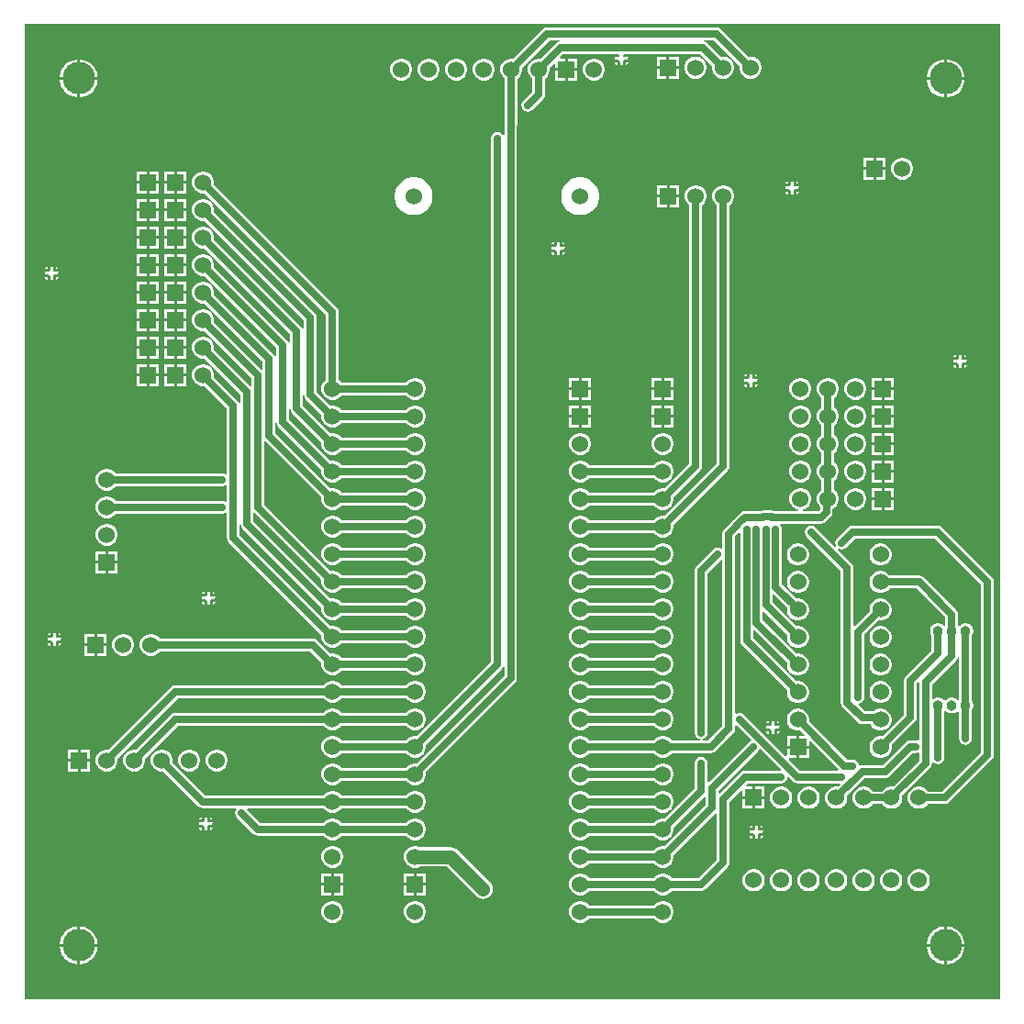
<source format=gtl>
G04*
G04 #@! TF.GenerationSoftware,Altium Limited,Altium Designer,24.0.1 (36)*
G04*
G04 Layer_Physical_Order=1*
G04 Layer_Color=255*
%FSLAX25Y25*%
%MOIN*%
G70*
G04*
G04 #@! TF.SameCoordinates,67FC8AF9-9308-4AD8-ABDD-2333FC6696B3*
G04*
G04*
G04 #@! TF.FilePolarity,Positive*
G04*
G01*
G75*
%ADD21C,0.02500*%
%ADD22C,0.05000*%
%ADD23C,0.06000*%
%ADD24R,0.06000X0.06000*%
%ADD25R,0.06000X0.06000*%
%ADD26C,0.03800*%
%ADD27C,0.11811*%
%ADD28C,0.01968*%
%ADD29C,0.01000*%
%ADD30C,0.03937*%
G36*
X472441Y118110D02*
X118110D01*
Y472441D01*
X472441D01*
Y118110D01*
D02*
G37*
%LPC*%
G36*
X337417Y458500D02*
X336500D01*
Y457584D01*
X336850Y457728D01*
X337272Y458150D01*
X337417Y458500D01*
D02*
G37*
G36*
X333500D02*
X332583D01*
X332728Y458150D01*
X333150Y457728D01*
X333500Y457584D01*
Y458500D01*
D02*
G37*
G36*
X355890Y460693D02*
X352390D01*
Y457193D01*
X355890D01*
Y460693D01*
D02*
G37*
G36*
X351390D02*
X347890D01*
Y457193D01*
X351390D01*
Y460693D01*
D02*
G37*
G36*
X319000Y460000D02*
X315500D01*
Y456500D01*
X319000D01*
Y460000D01*
D02*
G37*
G36*
X453436Y459661D02*
X453256D01*
Y453256D01*
X459661D01*
Y453436D01*
X459396Y454770D01*
X458876Y456027D01*
X458120Y457158D01*
X457158Y458120D01*
X456027Y458876D01*
X454770Y459396D01*
X453436Y459661D01*
D02*
G37*
G36*
X452256D02*
X452076D01*
X450742Y459396D01*
X449485Y458876D01*
X448354Y458120D01*
X447392Y457158D01*
X446636Y456027D01*
X446116Y454770D01*
X445850Y453436D01*
Y453256D01*
X452256D01*
Y459661D01*
D02*
G37*
G36*
X138475D02*
X138295D01*
Y453256D01*
X144701D01*
Y453436D01*
X144435Y454770D01*
X143915Y456027D01*
X143159Y457158D01*
X142197Y458120D01*
X141066Y458876D01*
X139810Y459396D01*
X138475Y459661D01*
D02*
G37*
G36*
X137295D02*
X137115D01*
X135781Y459396D01*
X134524Y458876D01*
X133393Y458120D01*
X132431Y457158D01*
X131676Y456027D01*
X131155Y454770D01*
X130890Y453436D01*
Y453256D01*
X137295D01*
Y459661D01*
D02*
G37*
G36*
X369583Y471294D02*
X308000D01*
X307122Y471119D01*
X306378Y470622D01*
X295707Y459952D01*
X295527Y460000D01*
X294473D01*
X293456Y459727D01*
X292544Y459201D01*
X291799Y458456D01*
X291273Y457544D01*
X291000Y456527D01*
Y455473D01*
X291273Y454456D01*
X291799Y453544D01*
X292544Y452799D01*
X292706Y452706D01*
Y437121D01*
X292658Y437050D01*
X292484Y436172D01*
Y432233D01*
X291984Y432081D01*
X291622Y432622D01*
X290878Y433119D01*
X290000Y433294D01*
X289122Y433119D01*
X288378Y432622D01*
X287880Y431878D01*
X287706Y431000D01*
Y240950D01*
X260707Y213952D01*
X260527Y214000D01*
X259473D01*
X258456Y213727D01*
X257544Y213201D01*
X256799Y212456D01*
X256706Y212294D01*
X233294D01*
X233201Y212456D01*
X232456Y213201D01*
X231544Y213727D01*
X230527Y214000D01*
X229473D01*
X228456Y213727D01*
X227544Y213201D01*
X226799Y212456D01*
X226273Y211544D01*
X226000Y210527D01*
Y209473D01*
X226273Y208456D01*
X226799Y207544D01*
X227544Y206799D01*
X228456Y206273D01*
X229473Y206000D01*
X230527D01*
X231544Y206273D01*
X232456Y206799D01*
X233201Y207544D01*
X233294Y207706D01*
X256706D01*
X256799Y207544D01*
X257544Y206799D01*
X258456Y206273D01*
X259473Y206000D01*
X260527D01*
X261544Y206273D01*
X262456Y206799D01*
X263201Y207544D01*
X263727Y208456D01*
X264000Y209473D01*
Y210527D01*
X263952Y210707D01*
X291622Y238378D01*
X291984Y238919D01*
X292484Y238767D01*
Y235728D01*
X260707Y203952D01*
X260527Y204000D01*
X259473D01*
X258456Y203727D01*
X257544Y203201D01*
X256799Y202456D01*
X256706Y202294D01*
X233294D01*
X233201Y202456D01*
X232456Y203201D01*
X231544Y203727D01*
X230527Y204000D01*
X229473D01*
X228456Y203727D01*
X227544Y203201D01*
X226799Y202456D01*
X226273Y201544D01*
X226000Y200527D01*
Y199473D01*
X226273Y198456D01*
X226799Y197544D01*
X227544Y196799D01*
X228456Y196273D01*
X229473Y196000D01*
X230527D01*
X231544Y196273D01*
X232456Y196799D01*
X233201Y197544D01*
X233294Y197706D01*
X256706D01*
X256799Y197544D01*
X257544Y196799D01*
X258456Y196273D01*
X259473Y196000D01*
X260527D01*
X261544Y196273D01*
X262456Y196799D01*
X263201Y197544D01*
X263727Y198456D01*
X264000Y199473D01*
Y200527D01*
X263952Y200707D01*
X296400Y233155D01*
X296897Y233900D01*
X297072Y234778D01*
Y435445D01*
X297119Y435517D01*
X297294Y436395D01*
Y452706D01*
X297456Y452799D01*
X298201Y453544D01*
X298727Y454456D01*
X299000Y455473D01*
Y456527D01*
X298952Y456707D01*
X308950Y466706D01*
X312508D01*
X312557Y466206D01*
X312122Y466119D01*
X311378Y465622D01*
X305707Y459952D01*
X305527Y460000D01*
X304473D01*
X303456Y459727D01*
X302544Y459201D01*
X301799Y458456D01*
X301273Y457544D01*
X301000Y456527D01*
Y455473D01*
X301273Y454456D01*
X301799Y453544D01*
X302544Y452799D01*
X302706Y452706D01*
Y447950D01*
X299378Y444622D01*
X298881Y443878D01*
X298706Y443000D01*
X298881Y442122D01*
X299378Y441378D01*
X300122Y440881D01*
X301000Y440706D01*
X301878Y440881D01*
X302622Y441378D01*
X306622Y445378D01*
X307119Y446122D01*
X307294Y447000D01*
Y452706D01*
X307456Y452799D01*
X308201Y453544D01*
X308727Y454456D01*
X309000Y455473D01*
Y456527D01*
X308952Y456707D01*
X310538Y458294D01*
X311000Y458102D01*
Y456500D01*
X314500D01*
Y460000D01*
X312898D01*
X312706Y460462D01*
X313950Y461706D01*
X332228D01*
X332365Y461500D01*
X334000D01*
Y460500D01*
X332583D01*
X332728Y460150D01*
X332879Y460000D01*
X332728Y459850D01*
X332583Y459500D01*
X334000D01*
Y459000D01*
X334500D01*
Y457584D01*
X334850Y457728D01*
X335000Y457879D01*
X335150Y457728D01*
X335500Y457584D01*
Y459000D01*
X336000D01*
Y459500D01*
X337417D01*
X337272Y459850D01*
X337121Y460000D01*
X337272Y460150D01*
X337417Y460500D01*
X336000D01*
Y461500D01*
X337635D01*
X337772Y461706D01*
X363632D01*
X367938Y457400D01*
X367890Y457220D01*
Y456166D01*
X368162Y455149D01*
X368689Y454237D01*
X369434Y453492D01*
X370346Y452965D01*
X371363Y452693D01*
X372416D01*
X373434Y452965D01*
X374346Y453492D01*
X375091Y454237D01*
X375617Y455149D01*
X375890Y456166D01*
Y457220D01*
X375617Y458237D01*
X375091Y459149D01*
X374346Y459894D01*
X373434Y460420D01*
X372416Y460693D01*
X371363D01*
X371182Y460644D01*
X366205Y465622D01*
X365461Y466119D01*
X365026Y466206D01*
X365075Y466706D01*
X368632D01*
X377938Y457400D01*
X377890Y457220D01*
Y456166D01*
X378162Y455149D01*
X378689Y454237D01*
X379434Y453492D01*
X380346Y452965D01*
X381363Y452693D01*
X382416D01*
X383434Y452965D01*
X384346Y453492D01*
X385091Y454237D01*
X385617Y455149D01*
X385890Y456166D01*
Y457220D01*
X385617Y458237D01*
X385091Y459149D01*
X384346Y459894D01*
X383434Y460420D01*
X382416Y460693D01*
X381363D01*
X381183Y460644D01*
X371205Y470622D01*
X370461Y471119D01*
X369583Y471294D01*
D02*
G37*
G36*
X362416Y460693D02*
X361363D01*
X360346Y460420D01*
X359434Y459894D01*
X358689Y459149D01*
X358162Y458237D01*
X357890Y457220D01*
Y456166D01*
X358162Y455149D01*
X358689Y454237D01*
X359434Y453492D01*
X360346Y452965D01*
X361363Y452693D01*
X362416D01*
X363434Y452965D01*
X364346Y453492D01*
X365091Y454237D01*
X365617Y455149D01*
X365890Y456166D01*
Y457220D01*
X365617Y458237D01*
X365091Y459149D01*
X364346Y459894D01*
X363434Y460420D01*
X362416Y460693D01*
D02*
G37*
G36*
X355890Y456193D02*
X352390D01*
Y452693D01*
X355890D01*
Y456193D01*
D02*
G37*
G36*
X351390D02*
X347890D01*
Y452693D01*
X351390D01*
Y456193D01*
D02*
G37*
G36*
X325527Y460000D02*
X324473D01*
X323456Y459727D01*
X322544Y459201D01*
X321799Y458456D01*
X321273Y457544D01*
X321000Y456527D01*
Y455473D01*
X321273Y454456D01*
X321799Y453544D01*
X322544Y452799D01*
X323456Y452273D01*
X324473Y452000D01*
X325527D01*
X326544Y452273D01*
X327456Y452799D01*
X328201Y453544D01*
X328727Y454456D01*
X329000Y455473D01*
Y456527D01*
X328727Y457544D01*
X328201Y458456D01*
X327456Y459201D01*
X326544Y459727D01*
X325527Y460000D01*
D02*
G37*
G36*
X319000Y455500D02*
X315500D01*
Y452000D01*
X319000D01*
Y455500D01*
D02*
G37*
G36*
X314500D02*
X311000D01*
Y452000D01*
X314500D01*
Y455500D01*
D02*
G37*
G36*
X285527Y460000D02*
X284473D01*
X283456Y459727D01*
X282544Y459201D01*
X281799Y458456D01*
X281273Y457544D01*
X281000Y456527D01*
Y455473D01*
X281273Y454456D01*
X281799Y453544D01*
X282544Y452799D01*
X283456Y452273D01*
X284473Y452000D01*
X285527D01*
X286544Y452273D01*
X287456Y452799D01*
X288201Y453544D01*
X288727Y454456D01*
X289000Y455473D01*
Y456527D01*
X288727Y457544D01*
X288201Y458456D01*
X287456Y459201D01*
X286544Y459727D01*
X285527Y460000D01*
D02*
G37*
G36*
X275527D02*
X274473D01*
X273456Y459727D01*
X272544Y459201D01*
X271799Y458456D01*
X271273Y457544D01*
X271000Y456527D01*
Y455473D01*
X271273Y454456D01*
X271799Y453544D01*
X272544Y452799D01*
X273456Y452273D01*
X274473Y452000D01*
X275527D01*
X276544Y452273D01*
X277456Y452799D01*
X278201Y453544D01*
X278727Y454456D01*
X279000Y455473D01*
Y456527D01*
X278727Y457544D01*
X278201Y458456D01*
X277456Y459201D01*
X276544Y459727D01*
X275527Y460000D01*
D02*
G37*
G36*
X265527D02*
X264473D01*
X263456Y459727D01*
X262544Y459201D01*
X261799Y458456D01*
X261273Y457544D01*
X261000Y456527D01*
Y455473D01*
X261273Y454456D01*
X261799Y453544D01*
X262544Y452799D01*
X263456Y452273D01*
X264473Y452000D01*
X265527D01*
X266544Y452273D01*
X267456Y452799D01*
X268201Y453544D01*
X268727Y454456D01*
X269000Y455473D01*
Y456527D01*
X268727Y457544D01*
X268201Y458456D01*
X267456Y459201D01*
X266544Y459727D01*
X265527Y460000D01*
D02*
G37*
G36*
X255527D02*
X254473D01*
X253456Y459727D01*
X252544Y459201D01*
X251799Y458456D01*
X251273Y457544D01*
X251000Y456527D01*
Y455473D01*
X251273Y454456D01*
X251799Y453544D01*
X252544Y452799D01*
X253456Y452273D01*
X254473Y452000D01*
X255527D01*
X256544Y452273D01*
X257456Y452799D01*
X258201Y453544D01*
X258727Y454456D01*
X259000Y455473D01*
Y456527D01*
X258727Y457544D01*
X258201Y458456D01*
X257456Y459201D01*
X256544Y459727D01*
X255527Y460000D01*
D02*
G37*
G36*
X459661Y452256D02*
X453256D01*
Y445850D01*
X453436D01*
X454770Y446116D01*
X456027Y446636D01*
X457158Y447392D01*
X458120Y448354D01*
X458876Y449485D01*
X459396Y450742D01*
X459661Y452076D01*
Y452256D01*
D02*
G37*
G36*
X452256D02*
X445850D01*
Y452076D01*
X446116Y450742D01*
X446636Y449485D01*
X447392Y448354D01*
X448354Y447392D01*
X449485Y446636D01*
X450742Y446116D01*
X452076Y445850D01*
X452256D01*
Y452256D01*
D02*
G37*
G36*
X144701D02*
X138295D01*
Y445850D01*
X138475D01*
X139810Y446116D01*
X141066Y446636D01*
X142197Y447392D01*
X143159Y448354D01*
X143915Y449485D01*
X144435Y450742D01*
X144701Y452076D01*
Y452256D01*
D02*
G37*
G36*
X137295D02*
X130890D01*
Y452076D01*
X131155Y450742D01*
X131676Y449485D01*
X132431Y448354D01*
X133393Y447392D01*
X134524Y446636D01*
X135781Y446116D01*
X137115Y445850D01*
X137295D01*
Y452256D01*
D02*
G37*
G36*
X431000Y424000D02*
X427500D01*
Y420500D01*
X431000D01*
Y424000D01*
D02*
G37*
G36*
X426500D02*
X423000D01*
Y420500D01*
X426500D01*
Y424000D01*
D02*
G37*
G36*
X437527D02*
X436473D01*
X435456Y423727D01*
X434544Y423201D01*
X433799Y422456D01*
X433273Y421544D01*
X433000Y420527D01*
Y419473D01*
X433273Y418456D01*
X433799Y417544D01*
X434544Y416799D01*
X435456Y416273D01*
X436473Y416000D01*
X437527D01*
X438544Y416273D01*
X439456Y416799D01*
X440201Y417544D01*
X440727Y418456D01*
X441000Y419473D01*
Y420527D01*
X440727Y421544D01*
X440201Y422456D01*
X439456Y423201D01*
X438544Y423727D01*
X437527Y424000D01*
D02*
G37*
G36*
X431000Y419500D02*
X427500D01*
Y416000D01*
X431000D01*
Y419500D01*
D02*
G37*
G36*
X426500D02*
X423000D01*
Y416000D01*
X426500D01*
Y419500D01*
D02*
G37*
G36*
X177000Y419000D02*
X173500D01*
Y415500D01*
X177000D01*
Y419000D01*
D02*
G37*
G36*
X172500D02*
X169000D01*
Y415500D01*
X172500D01*
Y419000D01*
D02*
G37*
G36*
X167000D02*
X163500D01*
Y415500D01*
X167000D01*
Y419000D01*
D02*
G37*
G36*
X162500D02*
X159000D01*
Y415500D01*
X162500D01*
Y419000D01*
D02*
G37*
G36*
X397500Y415416D02*
X397150Y415272D01*
X397000Y415121D01*
X396850Y415272D01*
X396500Y415416D01*
Y414000D01*
X396000D01*
Y413500D01*
X394584D01*
X394728Y413150D01*
X394879Y413000D01*
X394728Y412850D01*
X394584Y412500D01*
X396000D01*
Y412000D01*
X396500D01*
Y410583D01*
X396850Y410728D01*
X397000Y410879D01*
X397150Y410728D01*
X397500Y410583D01*
Y412000D01*
X398000D01*
Y412500D01*
X399416D01*
X399272Y412850D01*
X399121Y413000D01*
X399272Y413150D01*
X399416Y413500D01*
X398000D01*
Y414000D01*
X397500D01*
Y415416D01*
D02*
G37*
G36*
X398500D02*
Y414500D01*
X399416D01*
X399272Y414850D01*
X398850Y415272D01*
X398500Y415416D01*
D02*
G37*
G36*
X395500D02*
X395150Y415272D01*
X394728Y414850D01*
X394584Y414500D01*
X395500D01*
Y415416D01*
D02*
G37*
G36*
X177000Y414500D02*
X173500D01*
Y411000D01*
X177000D01*
Y414500D01*
D02*
G37*
G36*
X172500D02*
X169000D01*
Y411000D01*
X172500D01*
Y414500D01*
D02*
G37*
G36*
X167000D02*
X163500D01*
Y411000D01*
X167000D01*
Y414500D01*
D02*
G37*
G36*
X162500D02*
X159000D01*
Y411000D01*
X162500D01*
Y414500D01*
D02*
G37*
G36*
X399416Y411500D02*
X398500D01*
Y410583D01*
X398850Y410728D01*
X399272Y411150D01*
X399416Y411500D01*
D02*
G37*
G36*
X395500D02*
X394584D01*
X394728Y411150D01*
X395150Y410728D01*
X395500Y410583D01*
Y411500D01*
D02*
G37*
G36*
X356000Y414000D02*
X352500D01*
Y410500D01*
X356000D01*
Y414000D01*
D02*
G37*
G36*
X351500D02*
X348000D01*
Y410500D01*
X351500D01*
Y414000D01*
D02*
G37*
G36*
X356000Y409500D02*
X352500D01*
Y406000D01*
X356000D01*
Y409500D01*
D02*
G37*
G36*
X351500D02*
X348000D01*
Y406000D01*
X351500D01*
Y409500D01*
D02*
G37*
G36*
X177000Y409000D02*
X173500D01*
Y405500D01*
X177000D01*
Y409000D01*
D02*
G37*
G36*
X172500D02*
X169000D01*
Y405500D01*
X172500D01*
Y409000D01*
D02*
G37*
G36*
X167000D02*
X163500D01*
Y405500D01*
X167000D01*
Y409000D01*
D02*
G37*
G36*
X162500D02*
X159000D01*
Y405500D01*
X162500D01*
Y409000D01*
D02*
G37*
G36*
X320680Y416905D02*
X319320D01*
X317986Y416640D01*
X316729Y416120D01*
X315598Y415364D01*
X314636Y414402D01*
X313880Y413271D01*
X313360Y412014D01*
X313094Y410680D01*
Y409320D01*
X313360Y407986D01*
X313880Y406729D01*
X314636Y405598D01*
X315598Y404636D01*
X316729Y403880D01*
X317986Y403360D01*
X319320Y403094D01*
X320680D01*
X322014Y403360D01*
X323271Y403880D01*
X324402Y404636D01*
X325364Y405598D01*
X326120Y406729D01*
X326640Y407986D01*
X326905Y409320D01*
Y410680D01*
X326640Y412014D01*
X326120Y413271D01*
X325364Y414402D01*
X324402Y415364D01*
X323271Y416120D01*
X322014Y416640D01*
X320680Y416905D01*
D02*
G37*
G36*
X260180D02*
X258820D01*
X257486Y416640D01*
X256229Y416120D01*
X255098Y415364D01*
X254136Y414402D01*
X253380Y413271D01*
X252860Y412014D01*
X252594Y410680D01*
Y409320D01*
X252860Y407986D01*
X253380Y406729D01*
X254136Y405598D01*
X255098Y404636D01*
X256229Y403880D01*
X257486Y403360D01*
X258820Y403094D01*
X260180D01*
X261514Y403360D01*
X262771Y403880D01*
X263902Y404636D01*
X264864Y405598D01*
X265620Y406729D01*
X266140Y407986D01*
X266406Y409320D01*
Y410680D01*
X266140Y412014D01*
X265620Y413271D01*
X264864Y414402D01*
X263902Y415364D01*
X262771Y416120D01*
X261514Y416640D01*
X260180Y416905D01*
D02*
G37*
G36*
X177000Y404500D02*
X173500D01*
Y401000D01*
X177000D01*
Y404500D01*
D02*
G37*
G36*
X172500D02*
X169000D01*
Y401000D01*
X172500D01*
Y404500D01*
D02*
G37*
G36*
X167000D02*
X163500D01*
Y401000D01*
X167000D01*
Y404500D01*
D02*
G37*
G36*
X162500D02*
X159000D01*
Y401000D01*
X162500D01*
Y404500D01*
D02*
G37*
G36*
X177000Y399000D02*
X173500D01*
Y395500D01*
X177000D01*
Y399000D01*
D02*
G37*
G36*
X172500D02*
X169000D01*
Y395500D01*
X172500D01*
Y399000D01*
D02*
G37*
G36*
X167000D02*
X163500D01*
Y395500D01*
X167000D01*
Y399000D01*
D02*
G37*
G36*
X162500D02*
X159000D01*
Y395500D01*
X162500D01*
Y399000D01*
D02*
G37*
G36*
X312500Y393417D02*
X312150Y393272D01*
X312000Y393121D01*
X311850Y393272D01*
X311500Y393417D01*
Y392000D01*
X311000D01*
Y391500D01*
X309583D01*
X309728Y391150D01*
X309879Y391000D01*
X309728Y390850D01*
X309583Y390500D01*
X311000D01*
Y390000D01*
X311500D01*
Y388583D01*
X311850Y388728D01*
X312000Y388879D01*
X312150Y388728D01*
X312500Y388583D01*
Y390000D01*
X313000D01*
Y390500D01*
X314417D01*
X314272Y390850D01*
X314121Y391000D01*
X314272Y391150D01*
X314417Y391500D01*
X313000D01*
Y392000D01*
X312500D01*
Y393417D01*
D02*
G37*
G36*
X313500D02*
Y392500D01*
X314417D01*
X314272Y392850D01*
X313850Y393272D01*
X313500Y393417D01*
D02*
G37*
G36*
X310500D02*
X310150Y393272D01*
X309728Y392850D01*
X309583Y392500D01*
X310500D01*
Y393417D01*
D02*
G37*
G36*
X177000Y394500D02*
X173500D01*
Y391000D01*
X177000D01*
Y394500D01*
D02*
G37*
G36*
X172500D02*
X169000D01*
Y391000D01*
X172500D01*
Y394500D01*
D02*
G37*
G36*
X167000D02*
X163500D01*
Y391000D01*
X167000D01*
Y394500D01*
D02*
G37*
G36*
X162500D02*
X159000D01*
Y391000D01*
X162500D01*
Y394500D01*
D02*
G37*
G36*
X314417Y389500D02*
X313500D01*
Y388583D01*
X313850Y388728D01*
X314272Y389150D01*
X314417Y389500D01*
D02*
G37*
G36*
X310500D02*
X309583D01*
X309728Y389150D01*
X310150Y388728D01*
X310500Y388583D01*
Y389500D01*
D02*
G37*
G36*
X177000Y389000D02*
X173500D01*
Y385500D01*
X177000D01*
Y389000D01*
D02*
G37*
G36*
X172500D02*
X169000D01*
Y385500D01*
X172500D01*
Y389000D01*
D02*
G37*
G36*
X167000D02*
X163500D01*
Y385500D01*
X167000D01*
Y389000D01*
D02*
G37*
G36*
X162500D02*
X159000D01*
Y385500D01*
X162500D01*
Y389000D01*
D02*
G37*
G36*
X128500Y384417D02*
X128150Y384272D01*
X128000Y384121D01*
X127850Y384272D01*
X127500Y384417D01*
Y383000D01*
X127000D01*
Y382500D01*
X125584D01*
X125728Y382150D01*
X125879Y382000D01*
X125728Y381850D01*
X125584Y381500D01*
X127000D01*
Y381000D01*
X127500D01*
Y379584D01*
X127850Y379728D01*
X128000Y379879D01*
X128150Y379728D01*
X128500Y379584D01*
Y381000D01*
X129000D01*
Y381500D01*
X130417D01*
X130272Y381850D01*
X130121Y382000D01*
X130272Y382150D01*
X130417Y382500D01*
X129000D01*
Y383000D01*
X128500D01*
Y384417D01*
D02*
G37*
G36*
X129500D02*
Y383500D01*
X130417D01*
X130272Y383850D01*
X129850Y384272D01*
X129500Y384417D01*
D02*
G37*
G36*
X126500D02*
X126150Y384272D01*
X125728Y383850D01*
X125584Y383500D01*
X126500D01*
Y384417D01*
D02*
G37*
G36*
X177000Y384500D02*
X173500D01*
Y381000D01*
X177000D01*
Y384500D01*
D02*
G37*
G36*
X172500D02*
X169000D01*
Y381000D01*
X172500D01*
Y384500D01*
D02*
G37*
G36*
X167000D02*
X163500D01*
Y381000D01*
X167000D01*
Y384500D01*
D02*
G37*
G36*
X162500D02*
X159000D01*
Y381000D01*
X162500D01*
Y384500D01*
D02*
G37*
G36*
X130417Y380500D02*
X129500D01*
Y379584D01*
X129850Y379728D01*
X130272Y380150D01*
X130417Y380500D01*
D02*
G37*
G36*
X126500D02*
X125584D01*
X125728Y380150D01*
X126150Y379728D01*
X126500Y379584D01*
Y380500D01*
D02*
G37*
G36*
X177000Y379000D02*
X173500D01*
Y375500D01*
X177000D01*
Y379000D01*
D02*
G37*
G36*
X172500D02*
X169000D01*
Y375500D01*
X172500D01*
Y379000D01*
D02*
G37*
G36*
X167000D02*
X163500D01*
Y375500D01*
X167000D01*
Y379000D01*
D02*
G37*
G36*
X162500D02*
X159000D01*
Y375500D01*
X162500D01*
Y379000D01*
D02*
G37*
G36*
X177000Y374500D02*
X173500D01*
Y371000D01*
X177000D01*
Y374500D01*
D02*
G37*
G36*
X172500D02*
X169000D01*
Y371000D01*
X172500D01*
Y374500D01*
D02*
G37*
G36*
X167000D02*
X163500D01*
Y371000D01*
X167000D01*
Y374500D01*
D02*
G37*
G36*
X162500D02*
X159000D01*
Y371000D01*
X162500D01*
Y374500D01*
D02*
G37*
G36*
X177000Y369000D02*
X173500D01*
Y365500D01*
X177000D01*
Y369000D01*
D02*
G37*
G36*
X172500D02*
X169000D01*
Y365500D01*
X172500D01*
Y369000D01*
D02*
G37*
G36*
X167000D02*
X163500D01*
Y365500D01*
X167000D01*
Y369000D01*
D02*
G37*
G36*
X162500D02*
X159000D01*
Y365500D01*
X162500D01*
Y369000D01*
D02*
G37*
G36*
X183527Y409000D02*
X182473D01*
X181456Y408727D01*
X180544Y408201D01*
X179799Y407456D01*
X179273Y406544D01*
X179000Y405527D01*
Y404473D01*
X179273Y403456D01*
X179799Y402544D01*
X180544Y401799D01*
X181456Y401273D01*
X182473Y401000D01*
X183527D01*
X183658Y401035D01*
X219706Y364987D01*
Y361430D01*
X219206Y361380D01*
X219120Y361815D01*
X218622Y362559D01*
X186938Y394243D01*
X187000Y394473D01*
Y395527D01*
X186727Y396544D01*
X186201Y397456D01*
X185456Y398201D01*
X184544Y398727D01*
X183527Y399000D01*
X182473D01*
X181456Y398727D01*
X180544Y398201D01*
X179799Y397456D01*
X179273Y396544D01*
X179000Y395527D01*
Y394473D01*
X179273Y393456D01*
X179799Y392544D01*
X180544Y391799D01*
X181456Y391273D01*
X182473Y391000D01*
X183527D01*
X183658Y391035D01*
X214706Y359987D01*
Y356430D01*
X214206Y356380D01*
X214120Y356815D01*
X213622Y357559D01*
X186938Y384243D01*
X187000Y384473D01*
Y385527D01*
X186727Y386544D01*
X186201Y387456D01*
X185456Y388201D01*
X184544Y388727D01*
X183527Y389000D01*
X182473D01*
X181456Y388727D01*
X180544Y388201D01*
X179799Y387456D01*
X179273Y386544D01*
X179000Y385527D01*
Y384473D01*
X179273Y383456D01*
X179799Y382544D01*
X180544Y381799D01*
X181456Y381273D01*
X182473Y381000D01*
X183527D01*
X183658Y381035D01*
X209706Y354987D01*
Y351430D01*
X209206Y351380D01*
X209120Y351815D01*
X208622Y352559D01*
X186938Y374243D01*
X187000Y374473D01*
Y375527D01*
X186727Y376544D01*
X186201Y377456D01*
X185456Y378201D01*
X184544Y378727D01*
X183527Y379000D01*
X182473D01*
X181456Y378727D01*
X180544Y378201D01*
X179799Y377456D01*
X179273Y376544D01*
X179000Y375527D01*
Y374473D01*
X179273Y373456D01*
X179799Y372544D01*
X180544Y371799D01*
X181456Y371273D01*
X182473Y371000D01*
X183527D01*
X183658Y371035D01*
X204706Y349987D01*
Y347182D01*
X204206Y346975D01*
X186938Y364243D01*
X187000Y364473D01*
Y365527D01*
X186727Y366544D01*
X186201Y367456D01*
X185456Y368201D01*
X184544Y368727D01*
X183527Y369000D01*
X182473D01*
X181456Y368727D01*
X180544Y368201D01*
X179799Y367456D01*
X179273Y366544D01*
X179000Y365527D01*
Y364473D01*
X179273Y363456D01*
X179799Y362544D01*
X180544Y361799D01*
X181456Y361273D01*
X182473Y361000D01*
X183527D01*
X183658Y361035D01*
X200706Y343987D01*
Y341182D01*
X200206Y340975D01*
X186938Y354243D01*
X187000Y354473D01*
Y355527D01*
X186727Y356544D01*
X186201Y357456D01*
X185456Y358201D01*
X184544Y358727D01*
X183527Y359000D01*
X182473D01*
X181456Y358727D01*
X180544Y358201D01*
X179799Y357456D01*
X179273Y356544D01*
X179000Y355527D01*
Y354473D01*
X179273Y353456D01*
X179799Y352544D01*
X180544Y351799D01*
X181456Y351273D01*
X182473Y351000D01*
X183527D01*
X183658Y351035D01*
X196706Y337987D01*
Y334430D01*
X196206Y334380D01*
X196119Y334815D01*
X195622Y335559D01*
X186938Y344243D01*
X187000Y344473D01*
Y345527D01*
X186727Y346544D01*
X186201Y347456D01*
X185456Y348201D01*
X184544Y348727D01*
X183527Y349000D01*
X182473D01*
X181456Y348727D01*
X180544Y348201D01*
X179799Y347456D01*
X179273Y346544D01*
X179000Y345527D01*
Y344473D01*
X179273Y343456D01*
X179799Y342544D01*
X180544Y341799D01*
X181456Y341273D01*
X182473Y341000D01*
X183527D01*
X183658Y341035D01*
X191706Y332987D01*
Y309168D01*
X191206Y308900D01*
X190878Y309120D01*
X190000Y309294D01*
X151294D01*
X151201Y309456D01*
X150456Y310201D01*
X149544Y310727D01*
X148527Y311000D01*
X147473D01*
X146456Y310727D01*
X145544Y310201D01*
X144799Y309456D01*
X144273Y308544D01*
X144000Y307527D01*
Y306473D01*
X144273Y305456D01*
X144799Y304544D01*
X145544Y303799D01*
X146456Y303273D01*
X147473Y303000D01*
X148527D01*
X149544Y303273D01*
X150456Y303799D01*
X151201Y304544D01*
X151294Y304706D01*
X190000D01*
X190878Y304880D01*
X191206Y305100D01*
X191706Y304833D01*
Y299167D01*
X191206Y298900D01*
X190878Y299119D01*
X190000Y299294D01*
X151294D01*
X151201Y299456D01*
X150456Y300201D01*
X149544Y300727D01*
X148527Y301000D01*
X147473D01*
X146456Y300727D01*
X145544Y300201D01*
X144799Y299456D01*
X144273Y298544D01*
X144000Y297527D01*
Y296473D01*
X144273Y295456D01*
X144799Y294544D01*
X145544Y293799D01*
X146456Y293273D01*
X147473Y293000D01*
X148527D01*
X149544Y293273D01*
X150456Y293799D01*
X151201Y294544D01*
X151294Y294706D01*
X190000D01*
X190878Y294881D01*
X191206Y295100D01*
X191706Y294832D01*
Y286000D01*
X191881Y285122D01*
X192378Y284378D01*
X226048Y250707D01*
X226000Y250527D01*
Y249473D01*
X226273Y248456D01*
X226799Y247544D01*
X227544Y246799D01*
X228456Y246273D01*
X229473Y246000D01*
X230527D01*
X231544Y246273D01*
X232456Y246799D01*
X233201Y247544D01*
X233294Y247706D01*
X256706D01*
X256799Y247544D01*
X257544Y246799D01*
X258456Y246273D01*
X259473Y246000D01*
X260527D01*
X261544Y246273D01*
X262456Y246799D01*
X263201Y247544D01*
X263727Y248456D01*
X264000Y249473D01*
Y250527D01*
X263727Y251544D01*
X263201Y252456D01*
X262456Y253201D01*
X261544Y253727D01*
X260527Y254000D01*
X259473D01*
X258456Y253727D01*
X257544Y253201D01*
X256799Y252456D01*
X256706Y252294D01*
X233294D01*
X233201Y252456D01*
X232456Y253201D01*
X231544Y253727D01*
X230527Y254000D01*
X229473D01*
X229293Y253952D01*
X196294Y286950D01*
Y290508D01*
X196794Y290557D01*
X196880Y290122D01*
X197378Y289378D01*
X226048Y260707D01*
X226000Y260527D01*
Y259473D01*
X226273Y258456D01*
X226799Y257544D01*
X227544Y256799D01*
X228456Y256273D01*
X229473Y256000D01*
X230527D01*
X231544Y256273D01*
X232456Y256799D01*
X233201Y257544D01*
X233294Y257706D01*
X256706D01*
X256799Y257544D01*
X257544Y256799D01*
X258456Y256273D01*
X259473Y256000D01*
X260527D01*
X261544Y256273D01*
X262456Y256799D01*
X263201Y257544D01*
X263727Y258456D01*
X264000Y259473D01*
Y260527D01*
X263727Y261544D01*
X263201Y262456D01*
X262456Y263201D01*
X261544Y263727D01*
X260527Y264000D01*
X259473D01*
X258456Y263727D01*
X257544Y263201D01*
X256799Y262456D01*
X256706Y262294D01*
X233294D01*
X233201Y262456D01*
X232456Y263201D01*
X231544Y263727D01*
X230527Y264000D01*
X229473D01*
X229293Y263952D01*
X201294Y291950D01*
Y294755D01*
X201794Y294962D01*
X226048Y270707D01*
X226000Y270527D01*
Y269473D01*
X226273Y268456D01*
X226799Y267544D01*
X227544Y266799D01*
X228456Y266273D01*
X229473Y266000D01*
X230527D01*
X231544Y266273D01*
X232456Y266799D01*
X233201Y267544D01*
X233294Y267706D01*
X256706D01*
X256799Y267544D01*
X257544Y266799D01*
X258456Y266273D01*
X259473Y266000D01*
X260527D01*
X261544Y266273D01*
X262456Y266799D01*
X263201Y267544D01*
X263727Y268456D01*
X264000Y269473D01*
Y270527D01*
X263727Y271544D01*
X263201Y272456D01*
X262456Y273201D01*
X261544Y273727D01*
X260527Y274000D01*
X259473D01*
X258456Y273727D01*
X257544Y273201D01*
X256799Y272456D01*
X256706Y272294D01*
X233294D01*
X233201Y272456D01*
X232456Y273201D01*
X231544Y273727D01*
X230527Y274000D01*
X229473D01*
X229293Y273952D01*
X205294Y297950D01*
Y320755D01*
X205794Y320962D01*
X226048Y300707D01*
X226000Y300527D01*
Y299473D01*
X226273Y298456D01*
X226799Y297544D01*
X227544Y296799D01*
X228456Y296273D01*
X229473Y296000D01*
X230527D01*
X231544Y296273D01*
X232456Y296799D01*
X233201Y297544D01*
X233294Y297706D01*
X256706D01*
X256799Y297544D01*
X257544Y296799D01*
X258456Y296273D01*
X259473Y296000D01*
X260527D01*
X261544Y296273D01*
X262456Y296799D01*
X263201Y297544D01*
X263727Y298456D01*
X264000Y299473D01*
Y300527D01*
X263727Y301544D01*
X263201Y302456D01*
X262456Y303201D01*
X261544Y303727D01*
X260527Y304000D01*
X259473D01*
X258456Y303727D01*
X257544Y303201D01*
X256799Y302456D01*
X256706Y302294D01*
X233294D01*
X233201Y302456D01*
X232456Y303201D01*
X231544Y303727D01*
X230527Y304000D01*
X229473D01*
X229293Y303952D01*
X209294Y323950D01*
Y327507D01*
X209794Y327557D01*
X209880Y327122D01*
X210378Y326378D01*
X226048Y310707D01*
X226000Y310527D01*
Y309473D01*
X226273Y308456D01*
X226799Y307544D01*
X227544Y306799D01*
X228456Y306273D01*
X229473Y306000D01*
X230527D01*
X231544Y306273D01*
X232456Y306799D01*
X233201Y307544D01*
X233294Y307706D01*
X256706D01*
X256799Y307544D01*
X257544Y306799D01*
X258456Y306273D01*
X259473Y306000D01*
X260527D01*
X261544Y306273D01*
X262456Y306799D01*
X263201Y307544D01*
X263727Y308456D01*
X264000Y309473D01*
Y310527D01*
X263727Y311544D01*
X263201Y312456D01*
X262456Y313201D01*
X261544Y313727D01*
X260527Y314000D01*
X259473D01*
X258456Y313727D01*
X257544Y313201D01*
X256799Y312456D01*
X256706Y312294D01*
X233294D01*
X233201Y312456D01*
X232456Y313201D01*
X231544Y313727D01*
X230527Y314000D01*
X229473D01*
X229293Y313952D01*
X214294Y328950D01*
Y332507D01*
X214794Y332557D01*
X214880Y332122D01*
X215378Y331378D01*
X226048Y320707D01*
X226000Y320527D01*
Y319473D01*
X226273Y318456D01*
X226799Y317544D01*
X227544Y316799D01*
X228456Y316273D01*
X229473Y316000D01*
X230527D01*
X231544Y316273D01*
X232456Y316799D01*
X233201Y317544D01*
X233294Y317706D01*
X256706D01*
X256799Y317544D01*
X257544Y316799D01*
X258456Y316273D01*
X259473Y316000D01*
X260527D01*
X261544Y316273D01*
X262456Y316799D01*
X263201Y317544D01*
X263727Y318456D01*
X264000Y319473D01*
Y320527D01*
X263727Y321544D01*
X263201Y322456D01*
X262456Y323201D01*
X261544Y323727D01*
X260527Y324000D01*
X259473D01*
X258456Y323727D01*
X257544Y323201D01*
X256799Y322456D01*
X256706Y322294D01*
X233294D01*
X233201Y322456D01*
X232456Y323201D01*
X231544Y323727D01*
X230527Y324000D01*
X229473D01*
X229293Y323952D01*
X219294Y333950D01*
Y337508D01*
X219794Y337557D01*
X219881Y337122D01*
X220378Y336378D01*
X226048Y330707D01*
X226000Y330527D01*
Y329473D01*
X226273Y328456D01*
X226799Y327544D01*
X227544Y326799D01*
X228456Y326273D01*
X229473Y326000D01*
X230527D01*
X231544Y326273D01*
X232456Y326799D01*
X233201Y327544D01*
X233294Y327706D01*
X256706D01*
X256799Y327544D01*
X257544Y326799D01*
X258456Y326273D01*
X259473Y326000D01*
X260527D01*
X261544Y326273D01*
X262456Y326799D01*
X263201Y327544D01*
X263727Y328456D01*
X264000Y329473D01*
Y330527D01*
X263727Y331544D01*
X263201Y332456D01*
X262456Y333201D01*
X261544Y333727D01*
X260527Y334000D01*
X259473D01*
X258456Y333727D01*
X257544Y333201D01*
X256799Y332456D01*
X256706Y332294D01*
X233294D01*
X233201Y332456D01*
X232456Y333201D01*
X231544Y333727D01*
X230527Y334000D01*
X229473D01*
X229293Y333952D01*
X224294Y338950D01*
Y365937D01*
X224119Y366815D01*
X223622Y367559D01*
X186938Y404243D01*
X187000Y404473D01*
Y405527D01*
X186727Y406544D01*
X186201Y407456D01*
X185456Y408201D01*
X184544Y408727D01*
X183527Y409000D01*
D02*
G37*
G36*
X177000Y364500D02*
X173500D01*
Y361000D01*
X177000D01*
Y364500D01*
D02*
G37*
G36*
X172500D02*
X169000D01*
Y361000D01*
X172500D01*
Y364500D01*
D02*
G37*
G36*
X167000D02*
X163500D01*
Y361000D01*
X167000D01*
Y364500D01*
D02*
G37*
G36*
X162500D02*
X159000D01*
Y361000D01*
X162500D01*
Y364500D01*
D02*
G37*
G36*
X177000Y359000D02*
X173500D01*
Y355500D01*
X177000D01*
Y359000D01*
D02*
G37*
G36*
X172500D02*
X169000D01*
Y355500D01*
X172500D01*
Y359000D01*
D02*
G37*
G36*
X167000D02*
X163500D01*
Y355500D01*
X167000D01*
Y359000D01*
D02*
G37*
G36*
X162500D02*
X159000D01*
Y355500D01*
X162500D01*
Y359000D01*
D02*
G37*
G36*
X458500Y352416D02*
X458150Y352272D01*
X458000Y352121D01*
X457850Y352272D01*
X457500Y352416D01*
Y351000D01*
X457000D01*
Y350500D01*
X455583D01*
X455728Y350150D01*
X455879Y350000D01*
X455728Y349850D01*
X455583Y349500D01*
X457000D01*
Y349000D01*
X457500D01*
Y347584D01*
X457850Y347728D01*
X458000Y347879D01*
X458150Y347728D01*
X458500Y347584D01*
Y349000D01*
X459000D01*
Y349500D01*
X460417D01*
X460272Y349850D01*
X460121Y350000D01*
X460272Y350150D01*
X460417Y350500D01*
X459000D01*
Y351000D01*
X458500D01*
Y352416D01*
D02*
G37*
G36*
X459500D02*
Y351500D01*
X460417D01*
X460272Y351850D01*
X459850Y352272D01*
X459500Y352416D01*
D02*
G37*
G36*
X456500D02*
X456150Y352272D01*
X455728Y351850D01*
X455583Y351500D01*
X456500D01*
Y352416D01*
D02*
G37*
G36*
X177000Y354500D02*
X173500D01*
Y351000D01*
X177000D01*
Y354500D01*
D02*
G37*
G36*
X172500D02*
X169000D01*
Y351000D01*
X172500D01*
Y354500D01*
D02*
G37*
G36*
X167000D02*
X163500D01*
Y351000D01*
X167000D01*
Y354500D01*
D02*
G37*
G36*
X162500D02*
X159000D01*
Y351000D01*
X162500D01*
Y354500D01*
D02*
G37*
G36*
X460417Y348500D02*
X459500D01*
Y347584D01*
X459850Y347728D01*
X460272Y348150D01*
X460417Y348500D01*
D02*
G37*
G36*
X456500D02*
X455583D01*
X455728Y348150D01*
X456150Y347728D01*
X456500Y347584D01*
Y348500D01*
D02*
G37*
G36*
X177000Y349000D02*
X173500D01*
Y345500D01*
X177000D01*
Y349000D01*
D02*
G37*
G36*
X172500D02*
X169000D01*
Y345500D01*
X172500D01*
Y349000D01*
D02*
G37*
G36*
X167000D02*
X163500D01*
Y345500D01*
X167000D01*
Y349000D01*
D02*
G37*
G36*
X162500D02*
X159000D01*
Y345500D01*
X162500D01*
Y349000D01*
D02*
G37*
G36*
X382500Y345416D02*
X382150Y345272D01*
X382000Y345121D01*
X381850Y345272D01*
X381500Y345416D01*
Y344000D01*
X381000D01*
Y343500D01*
X379584D01*
X379728Y343150D01*
X379879Y343000D01*
X379728Y342850D01*
X379584Y342500D01*
X381000D01*
Y342000D01*
X381500D01*
Y340583D01*
X381850Y340728D01*
X382000Y340879D01*
X382150Y340728D01*
X382500Y340583D01*
Y342000D01*
X383000D01*
Y342500D01*
X384417D01*
X384272Y342850D01*
X384121Y343000D01*
X384272Y343150D01*
X384417Y343500D01*
X383000D01*
Y344000D01*
X382500D01*
Y345416D01*
D02*
G37*
G36*
X383500D02*
Y344500D01*
X384417D01*
X384272Y344850D01*
X383850Y345272D01*
X383500Y345416D01*
D02*
G37*
G36*
X380500D02*
X380150Y345272D01*
X379728Y344850D01*
X379584Y344500D01*
X380500D01*
Y345416D01*
D02*
G37*
G36*
X177000Y344500D02*
X173500D01*
Y341000D01*
X177000D01*
Y344500D01*
D02*
G37*
G36*
X172500D02*
X169000D01*
Y341000D01*
X172500D01*
Y344500D01*
D02*
G37*
G36*
X167000D02*
X163500D01*
Y341000D01*
X167000D01*
Y344500D01*
D02*
G37*
G36*
X162500D02*
X159000D01*
Y341000D01*
X162500D01*
Y344500D01*
D02*
G37*
G36*
X384417Y341500D02*
X383500D01*
Y340583D01*
X383850Y340728D01*
X384272Y341150D01*
X384417Y341500D01*
D02*
G37*
G36*
X380500D02*
X379584D01*
X379728Y341150D01*
X380150Y340728D01*
X380500Y340583D01*
Y341500D01*
D02*
G37*
G36*
X434000Y344000D02*
X430500D01*
Y340500D01*
X434000D01*
Y344000D01*
D02*
G37*
G36*
X429500D02*
X426000D01*
Y340500D01*
X429500D01*
Y344000D01*
D02*
G37*
G36*
X354000D02*
X350500D01*
Y340500D01*
X354000D01*
Y344000D01*
D02*
G37*
G36*
X349500D02*
X346000D01*
Y340500D01*
X349500D01*
Y344000D01*
D02*
G37*
G36*
X324000D02*
X320500D01*
Y340500D01*
X324000D01*
Y344000D01*
D02*
G37*
G36*
X319500D02*
X316000D01*
Y340500D01*
X319500D01*
Y344000D01*
D02*
G37*
G36*
X434000Y339500D02*
X430500D01*
Y336000D01*
X434000D01*
Y339500D01*
D02*
G37*
G36*
X429500D02*
X426000D01*
Y336000D01*
X429500D01*
Y339500D01*
D02*
G37*
G36*
X420527Y344000D02*
X419473D01*
X418456Y343727D01*
X417544Y343201D01*
X416799Y342456D01*
X416273Y341544D01*
X416000Y340527D01*
Y339473D01*
X416273Y338456D01*
X416799Y337544D01*
X417544Y336799D01*
X418456Y336273D01*
X419473Y336000D01*
X420527D01*
X421544Y336273D01*
X422456Y336799D01*
X423201Y337544D01*
X423727Y338456D01*
X424000Y339473D01*
Y340527D01*
X423727Y341544D01*
X423201Y342456D01*
X422456Y343201D01*
X421544Y343727D01*
X420527Y344000D01*
D02*
G37*
G36*
X400527D02*
X399473D01*
X398456Y343727D01*
X397544Y343201D01*
X396799Y342456D01*
X396273Y341544D01*
X396000Y340527D01*
Y339473D01*
X396273Y338456D01*
X396799Y337544D01*
X397544Y336799D01*
X398456Y336273D01*
X399473Y336000D01*
X400527D01*
X401544Y336273D01*
X402456Y336799D01*
X403201Y337544D01*
X403727Y338456D01*
X404000Y339473D01*
Y340527D01*
X403727Y341544D01*
X403201Y342456D01*
X402456Y343201D01*
X401544Y343727D01*
X400527Y344000D01*
D02*
G37*
G36*
X354000Y339500D02*
X350500D01*
Y336000D01*
X354000D01*
Y339500D01*
D02*
G37*
G36*
X349500D02*
X346000D01*
Y336000D01*
X349500D01*
Y339500D01*
D02*
G37*
G36*
X324000D02*
X320500D01*
Y336000D01*
X324000D01*
Y339500D01*
D02*
G37*
G36*
X319500D02*
X316000D01*
Y336000D01*
X319500D01*
Y339500D01*
D02*
G37*
G36*
X183527Y419000D02*
X182473D01*
X181456Y418727D01*
X180544Y418201D01*
X179799Y417456D01*
X179273Y416544D01*
X179000Y415527D01*
Y414473D01*
X179273Y413456D01*
X179799Y412544D01*
X180544Y411799D01*
X181456Y411273D01*
X182473Y411000D01*
X183527D01*
X183658Y411035D01*
X227706Y366987D01*
Y343294D01*
X227544Y343201D01*
X226799Y342456D01*
X226273Y341544D01*
X226000Y340527D01*
Y339473D01*
X226273Y338456D01*
X226799Y337544D01*
X227544Y336799D01*
X228456Y336273D01*
X229473Y336000D01*
X230527D01*
X231544Y336273D01*
X232456Y336799D01*
X233201Y337544D01*
X233294Y337706D01*
X256706D01*
X256799Y337544D01*
X257544Y336799D01*
X258456Y336273D01*
X259473Y336000D01*
X260527D01*
X261544Y336273D01*
X262456Y336799D01*
X263201Y337544D01*
X263727Y338456D01*
X264000Y339473D01*
Y340527D01*
X263727Y341544D01*
X263201Y342456D01*
X262456Y343201D01*
X261544Y343727D01*
X260527Y344000D01*
X259473D01*
X258456Y343727D01*
X257544Y343201D01*
X256799Y342456D01*
X256706Y342294D01*
X233294D01*
X233201Y342456D01*
X232456Y343201D01*
X232294Y343294D01*
Y367937D01*
X232119Y368815D01*
X231622Y369559D01*
X186938Y414243D01*
X187000Y414473D01*
Y415527D01*
X186727Y416544D01*
X186201Y417456D01*
X185456Y418201D01*
X184544Y418727D01*
X183527Y419000D01*
D02*
G37*
G36*
X434000Y334000D02*
X430500D01*
Y330500D01*
X434000D01*
Y334000D01*
D02*
G37*
G36*
X429500D02*
X426000D01*
Y330500D01*
X429500D01*
Y334000D01*
D02*
G37*
G36*
X354000D02*
X350500D01*
Y330500D01*
X354000D01*
Y334000D01*
D02*
G37*
G36*
X349500D02*
X346000D01*
Y330500D01*
X349500D01*
Y334000D01*
D02*
G37*
G36*
X324000D02*
X320500D01*
Y330500D01*
X324000D01*
Y334000D01*
D02*
G37*
G36*
X319500D02*
X316000D01*
Y330500D01*
X319500D01*
Y334000D01*
D02*
G37*
G36*
X434000Y329500D02*
X430500D01*
Y326000D01*
X434000D01*
Y329500D01*
D02*
G37*
G36*
X429500D02*
X426000D01*
Y326000D01*
X429500D01*
Y329500D01*
D02*
G37*
G36*
X420527Y334000D02*
X419473D01*
X418456Y333727D01*
X417544Y333201D01*
X416799Y332456D01*
X416273Y331544D01*
X416000Y330527D01*
Y329473D01*
X416273Y328456D01*
X416799Y327544D01*
X417544Y326799D01*
X418456Y326273D01*
X419473Y326000D01*
X420527D01*
X421544Y326273D01*
X422456Y326799D01*
X423201Y327544D01*
X423727Y328456D01*
X424000Y329473D01*
Y330527D01*
X423727Y331544D01*
X423201Y332456D01*
X422456Y333201D01*
X421544Y333727D01*
X420527Y334000D01*
D02*
G37*
G36*
X400527D02*
X399473D01*
X398456Y333727D01*
X397544Y333201D01*
X396799Y332456D01*
X396273Y331544D01*
X396000Y330527D01*
Y329473D01*
X396273Y328456D01*
X396799Y327544D01*
X397544Y326799D01*
X398456Y326273D01*
X399473Y326000D01*
X400527D01*
X401544Y326273D01*
X402456Y326799D01*
X403201Y327544D01*
X403727Y328456D01*
X404000Y329473D01*
Y330527D01*
X403727Y331544D01*
X403201Y332456D01*
X402456Y333201D01*
X401544Y333727D01*
X400527Y334000D01*
D02*
G37*
G36*
X354000Y329500D02*
X350500D01*
Y326000D01*
X354000D01*
Y329500D01*
D02*
G37*
G36*
X349500D02*
X346000D01*
Y326000D01*
X349500D01*
Y329500D01*
D02*
G37*
G36*
X324000D02*
X320500D01*
Y326000D01*
X324000D01*
Y329500D01*
D02*
G37*
G36*
X319500D02*
X316000D01*
Y326000D01*
X319500D01*
Y329500D01*
D02*
G37*
G36*
X434000Y324000D02*
X430500D01*
Y320500D01*
X434000D01*
Y324000D01*
D02*
G37*
G36*
X429500D02*
X426000D01*
Y320500D01*
X429500D01*
Y324000D01*
D02*
G37*
G36*
X434000Y319500D02*
X430500D01*
Y316000D01*
X434000D01*
Y319500D01*
D02*
G37*
G36*
X429500D02*
X426000D01*
Y316000D01*
X429500D01*
Y319500D01*
D02*
G37*
G36*
X420527Y324000D02*
X419473D01*
X418456Y323727D01*
X417544Y323201D01*
X416799Y322456D01*
X416273Y321544D01*
X416000Y320527D01*
Y319473D01*
X416273Y318456D01*
X416799Y317544D01*
X417544Y316799D01*
X418456Y316273D01*
X419473Y316000D01*
X420527D01*
X421544Y316273D01*
X422456Y316799D01*
X423201Y317544D01*
X423727Y318456D01*
X424000Y319473D01*
Y320527D01*
X423727Y321544D01*
X423201Y322456D01*
X422456Y323201D01*
X421544Y323727D01*
X420527Y324000D01*
D02*
G37*
G36*
X400527D02*
X399473D01*
X398456Y323727D01*
X397544Y323201D01*
X396799Y322456D01*
X396273Y321544D01*
X396000Y320527D01*
Y319473D01*
X396273Y318456D01*
X396799Y317544D01*
X397544Y316799D01*
X398456Y316273D01*
X399473Y316000D01*
X400527D01*
X401544Y316273D01*
X402456Y316799D01*
X403201Y317544D01*
X403727Y318456D01*
X404000Y319473D01*
Y320527D01*
X403727Y321544D01*
X403201Y322456D01*
X402456Y323201D01*
X401544Y323727D01*
X400527Y324000D01*
D02*
G37*
G36*
X350527D02*
X349473D01*
X348456Y323727D01*
X347544Y323201D01*
X346799Y322456D01*
X346273Y321544D01*
X346000Y320527D01*
Y319473D01*
X346273Y318456D01*
X346799Y317544D01*
X347544Y316799D01*
X348456Y316273D01*
X349473Y316000D01*
X350527D01*
X351544Y316273D01*
X352456Y316799D01*
X353201Y317544D01*
X353727Y318456D01*
X354000Y319473D01*
Y320527D01*
X353727Y321544D01*
X353201Y322456D01*
X352456Y323201D01*
X351544Y323727D01*
X350527Y324000D01*
D02*
G37*
G36*
X320527D02*
X319473D01*
X318456Y323727D01*
X317544Y323201D01*
X316799Y322456D01*
X316273Y321544D01*
X316000Y320527D01*
Y319473D01*
X316273Y318456D01*
X316799Y317544D01*
X317544Y316799D01*
X318456Y316273D01*
X319473Y316000D01*
X320527D01*
X321544Y316273D01*
X322456Y316799D01*
X323201Y317544D01*
X323727Y318456D01*
X324000Y319473D01*
Y320527D01*
X323727Y321544D01*
X323201Y322456D01*
X322456Y323201D01*
X321544Y323727D01*
X320527Y324000D01*
D02*
G37*
G36*
X350527Y314000D02*
X349473D01*
X348456Y313727D01*
X347544Y313201D01*
X346799Y312456D01*
X346706Y312294D01*
X323294D01*
X323201Y312456D01*
X322456Y313201D01*
X321544Y313727D01*
X320527Y314000D01*
X319473D01*
X318456Y313727D01*
X317544Y313201D01*
X316799Y312456D01*
X316273Y311544D01*
X316000Y310527D01*
Y309473D01*
X316273Y308456D01*
X316799Y307544D01*
X317544Y306799D01*
X318456Y306273D01*
X319473Y306000D01*
X320527D01*
X321544Y306273D01*
X322456Y306799D01*
X323201Y307544D01*
X323294Y307706D01*
X346706D01*
X346799Y307544D01*
X347544Y306799D01*
X348456Y306273D01*
X349473Y306000D01*
X350527D01*
X351544Y306273D01*
X352456Y306799D01*
X353201Y307544D01*
X353727Y308456D01*
X354000Y309473D01*
Y310527D01*
X353727Y311544D01*
X353201Y312456D01*
X352456Y313201D01*
X351544Y313727D01*
X350527Y314000D01*
D02*
G37*
G36*
X434000D02*
X430500D01*
Y310500D01*
X434000D01*
Y314000D01*
D02*
G37*
G36*
X429500D02*
X426000D01*
Y310500D01*
X429500D01*
Y314000D01*
D02*
G37*
G36*
X434000Y309500D02*
X430500D01*
Y306000D01*
X434000D01*
Y309500D01*
D02*
G37*
G36*
X429500D02*
X426000D01*
Y306000D01*
X429500D01*
Y309500D01*
D02*
G37*
G36*
X420527Y314000D02*
X419473D01*
X418456Y313727D01*
X417544Y313201D01*
X416799Y312456D01*
X416273Y311544D01*
X416000Y310527D01*
Y309473D01*
X416273Y308456D01*
X416799Y307544D01*
X417544Y306799D01*
X418456Y306273D01*
X419473Y306000D01*
X420527D01*
X421544Y306273D01*
X422456Y306799D01*
X423201Y307544D01*
X423727Y308456D01*
X424000Y309473D01*
Y310527D01*
X423727Y311544D01*
X423201Y312456D01*
X422456Y313201D01*
X421544Y313727D01*
X420527Y314000D01*
D02*
G37*
G36*
X400527D02*
X399473D01*
X398456Y313727D01*
X397544Y313201D01*
X396799Y312456D01*
X396273Y311544D01*
X396000Y310527D01*
Y309473D01*
X396273Y308456D01*
X396799Y307544D01*
X397544Y306799D01*
X398456Y306273D01*
X399473Y306000D01*
X400527D01*
X401544Y306273D01*
X402456Y306799D01*
X403201Y307544D01*
X403727Y308456D01*
X404000Y309473D01*
Y310527D01*
X403727Y311544D01*
X403201Y312456D01*
X402456Y313201D01*
X401544Y313727D01*
X400527Y314000D01*
D02*
G37*
G36*
X362527Y414000D02*
X361473D01*
X360456Y413727D01*
X359544Y413201D01*
X358799Y412456D01*
X358273Y411544D01*
X358000Y410527D01*
Y409473D01*
X358273Y408456D01*
X358799Y407544D01*
X359544Y406799D01*
X359706Y406706D01*
Y312950D01*
X350707Y303952D01*
X350527Y304000D01*
X349473D01*
X348456Y303727D01*
X347544Y303201D01*
X346799Y302456D01*
X346706Y302294D01*
X323294D01*
X323201Y302456D01*
X322456Y303201D01*
X321544Y303727D01*
X320527Y304000D01*
X319473D01*
X318456Y303727D01*
X317544Y303201D01*
X316799Y302456D01*
X316273Y301544D01*
X316000Y300527D01*
Y299473D01*
X316273Y298456D01*
X316799Y297544D01*
X317544Y296799D01*
X318456Y296273D01*
X319473Y296000D01*
X320527D01*
X321544Y296273D01*
X322456Y296799D01*
X323201Y297544D01*
X323294Y297706D01*
X346706D01*
X346799Y297544D01*
X347544Y296799D01*
X348456Y296273D01*
X349473Y296000D01*
X350527D01*
X351544Y296273D01*
X352456Y296799D01*
X353201Y297544D01*
X353727Y298456D01*
X354000Y299473D01*
Y300527D01*
X353952Y300707D01*
X363622Y310378D01*
X364120Y311122D01*
X364294Y312000D01*
Y406706D01*
X364456Y406799D01*
X365201Y407544D01*
X365727Y408456D01*
X366000Y409473D01*
Y410527D01*
X365727Y411544D01*
X365201Y412456D01*
X364456Y413201D01*
X363544Y413727D01*
X362527Y414000D01*
D02*
G37*
G36*
X434000Y304000D02*
X430500D01*
Y300500D01*
X434000D01*
Y304000D01*
D02*
G37*
G36*
X429500D02*
X426000D01*
Y300500D01*
X429500D01*
Y304000D01*
D02*
G37*
G36*
X434000Y299500D02*
X430500D01*
Y296000D01*
X434000D01*
Y299500D01*
D02*
G37*
G36*
X429500D02*
X426000D01*
Y296000D01*
X429500D01*
Y299500D01*
D02*
G37*
G36*
X420527Y304000D02*
X419473D01*
X418456Y303727D01*
X417544Y303201D01*
X416799Y302456D01*
X416273Y301544D01*
X416000Y300527D01*
Y299473D01*
X416273Y298456D01*
X416799Y297544D01*
X417544Y296799D01*
X418456Y296273D01*
X419473Y296000D01*
X420527D01*
X421544Y296273D01*
X422456Y296799D01*
X423201Y297544D01*
X423727Y298456D01*
X424000Y299473D01*
Y300527D01*
X423727Y301544D01*
X423201Y302456D01*
X422456Y303201D01*
X421544Y303727D01*
X420527Y304000D01*
D02*
G37*
G36*
X410527Y344000D02*
X409473D01*
X408456Y343727D01*
X407544Y343201D01*
X406799Y342456D01*
X406273Y341544D01*
X406000Y340527D01*
Y339473D01*
X406273Y338456D01*
X406799Y337544D01*
X407544Y336799D01*
X407706Y336706D01*
Y333294D01*
X407544Y333201D01*
X406799Y332456D01*
X406273Y331544D01*
X406000Y330527D01*
Y329473D01*
X406273Y328456D01*
X406799Y327544D01*
X407544Y326799D01*
X407706Y326706D01*
Y323294D01*
X407544Y323201D01*
X406799Y322456D01*
X406273Y321544D01*
X406000Y320527D01*
Y319473D01*
X406273Y318456D01*
X406799Y317544D01*
X407544Y316799D01*
X407706Y316706D01*
Y313294D01*
X407544Y313201D01*
X406799Y312456D01*
X406273Y311544D01*
X406000Y310527D01*
Y309473D01*
X406273Y308456D01*
X406799Y307544D01*
X407544Y306799D01*
X407706Y306706D01*
Y303294D01*
X407544Y303201D01*
X406799Y302456D01*
X406273Y301544D01*
X406000Y300527D01*
Y299473D01*
X406273Y298456D01*
X406799Y297544D01*
X407155Y297188D01*
Y296226D01*
X406530Y295601D01*
X400970D01*
X400904Y296101D01*
X401544Y296273D01*
X402456Y296799D01*
X403201Y297544D01*
X403727Y298456D01*
X404000Y299473D01*
Y300527D01*
X403727Y301544D01*
X403201Y302456D01*
X402456Y303201D01*
X401544Y303727D01*
X400527Y304000D01*
X399473D01*
X398456Y303727D01*
X397544Y303201D01*
X396799Y302456D01*
X396273Y301544D01*
X396000Y300527D01*
Y299473D01*
X396273Y298456D01*
X396799Y297544D01*
X397544Y296799D01*
X398456Y296273D01*
X399096Y296101D01*
X399030Y295601D01*
X390355D01*
X390328Y295620D01*
X389450Y295794D01*
X386550D01*
X385672Y295620D01*
X385645Y295601D01*
X379921D01*
X379043Y295427D01*
X378299Y294929D01*
X377621Y294251D01*
X377428Y294122D01*
X375378Y292072D01*
X375249Y291879D01*
X372394Y289024D01*
X371896Y288280D01*
X371722Y287402D01*
Y282157D01*
X371222Y281890D01*
X370878Y282119D01*
X370000Y282294D01*
X369122Y282119D01*
X368378Y281622D01*
X362378Y275622D01*
X361880Y274878D01*
X361706Y274000D01*
Y215000D01*
X361880Y214122D01*
X362378Y213378D01*
X363122Y212880D01*
X363557Y212794D01*
X363508Y212294D01*
X353294D01*
X353201Y212456D01*
X352456Y213201D01*
X351544Y213727D01*
X350527Y214000D01*
X349473D01*
X348456Y213727D01*
X347544Y213201D01*
X346799Y212456D01*
X346706Y212294D01*
X323294D01*
X323201Y212456D01*
X322456Y213201D01*
X321544Y213727D01*
X320527Y214000D01*
X319473D01*
X318456Y213727D01*
X317544Y213201D01*
X316799Y212456D01*
X316273Y211544D01*
X316000Y210527D01*
Y209473D01*
X316273Y208456D01*
X316799Y207544D01*
X317544Y206799D01*
X318456Y206273D01*
X319473Y206000D01*
X320527D01*
X321544Y206273D01*
X322456Y206799D01*
X323201Y207544D01*
X323294Y207706D01*
X346706D01*
X346799Y207544D01*
X347544Y206799D01*
X348456Y206273D01*
X349473Y206000D01*
X350527D01*
X351544Y206273D01*
X352456Y206799D01*
X353201Y207544D01*
X353294Y207706D01*
X367480D01*
X368358Y207880D01*
X369103Y208378D01*
X375638Y214913D01*
X376135Y215657D01*
X376310Y216535D01*
Y217739D01*
X376810Y217946D01*
X382158Y212598D01*
X382006Y212042D01*
X381378Y211622D01*
X366794Y197038D01*
X366294Y197246D01*
Y204000D01*
X366120Y204878D01*
X365622Y205622D01*
X364878Y206119D01*
X364000Y206294D01*
X363122Y206119D01*
X362378Y205622D01*
X361880Y204878D01*
X361706Y204000D01*
Y194950D01*
X350707Y183952D01*
X350527Y184000D01*
X349473D01*
X348456Y183727D01*
X347544Y183201D01*
X346799Y182456D01*
X346706Y182294D01*
X323294D01*
X323201Y182456D01*
X322456Y183201D01*
X321544Y183727D01*
X320527Y184000D01*
X319473D01*
X318456Y183727D01*
X317544Y183201D01*
X316799Y182456D01*
X316273Y181544D01*
X316000Y180527D01*
Y179473D01*
X316273Y178456D01*
X316799Y177544D01*
X317544Y176799D01*
X318456Y176273D01*
X319473Y176000D01*
X320527D01*
X321544Y176273D01*
X322456Y176799D01*
X323201Y177544D01*
X323294Y177706D01*
X346706D01*
X346799Y177544D01*
X347544Y176799D01*
X348456Y176273D01*
X349473Y176000D01*
X350527D01*
X351544Y176273D01*
X352456Y176799D01*
X353201Y177544D01*
X353727Y178456D01*
X354000Y179473D01*
Y180527D01*
X353952Y180707D01*
X365206Y191962D01*
X365706Y191754D01*
Y188950D01*
X350707Y173952D01*
X350527Y174000D01*
X349473D01*
X348456Y173727D01*
X347544Y173201D01*
X346799Y172456D01*
X346706Y172294D01*
X323294D01*
X323201Y172456D01*
X322456Y173201D01*
X321544Y173727D01*
X320527Y174000D01*
X319473D01*
X318456Y173727D01*
X317544Y173201D01*
X316799Y172456D01*
X316273Y171544D01*
X316000Y170527D01*
Y169473D01*
X316273Y168456D01*
X316799Y167544D01*
X317544Y166799D01*
X318456Y166273D01*
X319473Y166000D01*
X320527D01*
X321544Y166273D01*
X322456Y166799D01*
X323201Y167544D01*
X323294Y167706D01*
X346706D01*
X346799Y167544D01*
X347544Y166799D01*
X348456Y166273D01*
X349473Y166000D01*
X350527D01*
X351544Y166273D01*
X352456Y166799D01*
X353201Y167544D01*
X353727Y168456D01*
X354000Y169473D01*
Y170527D01*
X353952Y170707D01*
X369206Y185962D01*
X369706Y185755D01*
Y168950D01*
X363050Y162294D01*
X353294D01*
X353201Y162456D01*
X352456Y163201D01*
X351544Y163727D01*
X350527Y164000D01*
X349473D01*
X348456Y163727D01*
X347544Y163201D01*
X346799Y162456D01*
X346706Y162294D01*
X323294D01*
X323201Y162456D01*
X322456Y163201D01*
X321544Y163727D01*
X320527Y164000D01*
X319473D01*
X318456Y163727D01*
X317544Y163201D01*
X316799Y162456D01*
X316273Y161544D01*
X316000Y160527D01*
Y159473D01*
X316273Y158456D01*
X316799Y157544D01*
X317544Y156799D01*
X318456Y156273D01*
X319473Y156000D01*
X320527D01*
X321544Y156273D01*
X322456Y156799D01*
X323201Y157544D01*
X323294Y157706D01*
X346706D01*
X346799Y157544D01*
X347544Y156799D01*
X348456Y156273D01*
X349473Y156000D01*
X350527D01*
X351544Y156273D01*
X352456Y156799D01*
X353201Y157544D01*
X353294Y157706D01*
X364000D01*
X364878Y157880D01*
X365622Y158378D01*
X373622Y166378D01*
X374119Y167122D01*
X374294Y168000D01*
Y190050D01*
X378609Y194365D01*
X379071Y194173D01*
Y191917D01*
X382571D01*
Y195417D01*
X380315D01*
X380124Y195879D01*
X380950Y196706D01*
X393000D01*
X393878Y196880D01*
X394622Y197378D01*
X395120Y198122D01*
X395253Y198795D01*
X395767Y198988D01*
X397378Y197378D01*
X398122Y196880D01*
X399000Y196706D01*
X414408D01*
X414615Y196206D01*
X413778Y195369D01*
X413597Y195417D01*
X412544D01*
X411527Y195145D01*
X410615Y194618D01*
X409870Y193873D01*
X409343Y192961D01*
X409071Y191944D01*
Y190891D01*
X409343Y189873D01*
X409870Y188961D01*
X410615Y188216D01*
X411527Y187690D01*
X412544Y187417D01*
X413597D01*
X414615Y187690D01*
X415527Y188216D01*
X416272Y188961D01*
X416798Y189873D01*
X417071Y190891D01*
Y191944D01*
X417023Y192125D01*
X423647Y198749D01*
X431043D01*
X431921Y198924D01*
X432666Y199421D01*
X440950Y207706D01*
X442000D01*
X442706Y207846D01*
X443206Y207544D01*
Y204797D01*
X433778Y195369D01*
X433598Y195417D01*
X432544D01*
X431527Y195145D01*
X430615Y194618D01*
X429870Y193873D01*
X429777Y193711D01*
X426365D01*
X426272Y193873D01*
X425527Y194618D01*
X424615Y195145D01*
X423597Y195417D01*
X422544D01*
X421527Y195145D01*
X420615Y194618D01*
X419870Y193873D01*
X419344Y192961D01*
X419071Y191944D01*
Y190891D01*
X419344Y189873D01*
X419870Y188961D01*
X420615Y188216D01*
X421527Y187690D01*
X422544Y187417D01*
X423597D01*
X424615Y187690D01*
X425527Y188216D01*
X426272Y188961D01*
X426365Y189123D01*
X429777D01*
X429870Y188961D01*
X430615Y188216D01*
X431527Y187690D01*
X432544Y187417D01*
X433598D01*
X434615Y187690D01*
X435527Y188216D01*
X436272Y188961D01*
X436798Y189873D01*
X437071Y190891D01*
Y191944D01*
X437022Y192125D01*
X447122Y202224D01*
X447619Y202969D01*
X447794Y203847D01*
Y204351D01*
X448294Y204503D01*
X448378Y204378D01*
X449122Y203881D01*
X450000Y203706D01*
X450878Y203881D01*
X451622Y204378D01*
X452119Y205122D01*
X452294Y206000D01*
Y222932D01*
X452313Y222946D01*
X452766Y223095D01*
X452817Y223080D01*
X453218Y222679D01*
X453879Y222298D01*
X454617Y222100D01*
X455381D01*
X456118Y222298D01*
X456779Y222679D01*
X457182Y223082D01*
X457235Y223096D01*
X457678Y222955D01*
X457706Y222934D01*
Y213000D01*
X457881Y212122D01*
X458378Y211378D01*
X459122Y210880D01*
X460000Y210706D01*
X460878Y210880D01*
X461622Y211378D01*
X462119Y212122D01*
X462294Y213000D01*
Y223193D01*
X462321Y223219D01*
X462702Y223881D01*
X462900Y224618D01*
Y225382D01*
X462702Y226119D01*
X462321Y226781D01*
X462294Y226807D01*
Y250193D01*
X462321Y250219D01*
X462702Y250881D01*
X462900Y251618D01*
Y252382D01*
X462702Y253119D01*
X462321Y253781D01*
X461781Y254321D01*
X461119Y254702D01*
X460382Y254900D01*
X459618D01*
X458881Y254702D01*
X458219Y254321D01*
X457817Y253918D01*
X457763Y253904D01*
X457321Y254046D01*
X457293Y254066D01*
Y258001D01*
X457118Y258879D01*
X456621Y259623D01*
X444780Y271465D01*
X444035Y271962D01*
X443157Y272137D01*
X432428D01*
X432335Y272299D01*
X431590Y273043D01*
X430678Y273570D01*
X429661Y273843D01*
X428607D01*
X427590Y273570D01*
X426678Y273043D01*
X425933Y272299D01*
X425407Y271387D01*
X425134Y270369D01*
Y269316D01*
X425407Y268299D01*
X425933Y267387D01*
X426678Y266642D01*
X427590Y266115D01*
X428607Y265843D01*
X429661D01*
X430678Y266115D01*
X431590Y266642D01*
X432335Y267387D01*
X432428Y267548D01*
X442207D01*
X452705Y257051D01*
Y254068D01*
X452686Y254054D01*
X452233Y253906D01*
X452181Y253920D01*
X451781Y254321D01*
X451119Y254702D01*
X450382Y254900D01*
X449618D01*
X448881Y254702D01*
X448219Y254321D01*
X447679Y253781D01*
X447298Y253119D01*
X447100Y252382D01*
Y251618D01*
X447298Y250881D01*
X447679Y250219D01*
X447706Y250193D01*
Y244950D01*
X438378Y235622D01*
X437881Y234878D01*
X437706Y234000D01*
Y221659D01*
X429841Y213794D01*
X429661Y213843D01*
X428607D01*
X427590Y213570D01*
X426678Y213043D01*
X425933Y212299D01*
X425407Y211386D01*
X425134Y210369D01*
Y209316D01*
X425407Y208299D01*
X425933Y207386D01*
X426678Y206642D01*
X427590Y206115D01*
X428607Y205842D01*
X429661D01*
X430678Y206115D01*
X431590Y206642D01*
X432335Y207386D01*
X432861Y208299D01*
X433134Y209316D01*
Y210369D01*
X433085Y210550D01*
X441622Y219087D01*
X442119Y219831D01*
X442294Y220709D01*
Y233050D01*
X442706Y233462D01*
X443206Y233255D01*
Y212456D01*
X442706Y212154D01*
X442000Y212294D01*
X440000D01*
X439122Y212120D01*
X438378Y211622D01*
X430093Y203338D01*
X422697D01*
X421819Y203163D01*
X421777Y203135D01*
X421221Y203365D01*
X421119Y203878D01*
X420622Y204622D01*
X419878Y205119D01*
X419000Y205294D01*
X416927D01*
X403085Y219135D01*
X403134Y219316D01*
Y220369D01*
X402861Y221387D01*
X402335Y222299D01*
X401590Y223043D01*
X400678Y223570D01*
X399660Y223843D01*
X398607D01*
X397590Y223570D01*
X396678Y223043D01*
X395933Y222299D01*
X395406Y221387D01*
X395134Y220369D01*
Y219316D01*
X395406Y218299D01*
X395933Y217387D01*
X396678Y216642D01*
X397590Y216115D01*
X398607Y215843D01*
X399660D01*
X399841Y215891D01*
X401428Y214304D01*
X401236Y213843D01*
X399634D01*
Y210343D01*
X403134D01*
Y211945D01*
X403596Y212136D01*
X413938Y201794D01*
X413731Y201294D01*
X399950D01*
X395864Y205381D01*
X396055Y205842D01*
X398634D01*
Y209343D01*
X395134D01*
Y206764D01*
X394672Y206572D01*
X379622Y221622D01*
X378878Y222119D01*
X378000Y222294D01*
X377122Y222119D01*
X376810Y221911D01*
X376310Y222178D01*
Y286451D01*
X377744Y287885D01*
X378206Y287694D01*
Y248476D01*
X378380Y247599D01*
X378878Y246854D01*
X395182Y230550D01*
X395134Y230369D01*
Y229316D01*
X395406Y228299D01*
X395933Y227386D01*
X396678Y226642D01*
X397590Y226115D01*
X398607Y225842D01*
X399660D01*
X400678Y226115D01*
X401590Y226642D01*
X402335Y227386D01*
X402861Y228299D01*
X403134Y229316D01*
Y230369D01*
X402861Y231386D01*
X402335Y232299D01*
X401590Y233043D01*
X400678Y233570D01*
X399660Y233842D01*
X398607D01*
X398427Y233794D01*
X382794Y249427D01*
Y252285D01*
X383256Y252476D01*
X395182Y240550D01*
X395134Y240369D01*
Y239316D01*
X395406Y238299D01*
X395933Y237386D01*
X396678Y236642D01*
X397590Y236115D01*
X398607Y235842D01*
X399660D01*
X400678Y236115D01*
X401590Y236642D01*
X402335Y237386D01*
X402861Y238299D01*
X403134Y239316D01*
Y240369D01*
X402861Y241387D01*
X402335Y242299D01*
X401590Y243043D01*
X400678Y243570D01*
X399660Y243843D01*
X398607D01*
X398427Y243794D01*
X386294Y255927D01*
Y258785D01*
X386756Y258976D01*
X395182Y250550D01*
X395134Y250369D01*
Y249316D01*
X395406Y248299D01*
X395933Y247387D01*
X396678Y246642D01*
X397590Y246115D01*
X398607Y245843D01*
X399660D01*
X400678Y246115D01*
X401590Y246642D01*
X402335Y247387D01*
X402861Y248299D01*
X403134Y249316D01*
Y250369D01*
X402861Y251386D01*
X402335Y252299D01*
X401590Y253043D01*
X400678Y253570D01*
X399660Y253842D01*
X398607D01*
X398427Y253794D01*
X389794Y262427D01*
Y265285D01*
X390256Y265476D01*
X395182Y260550D01*
X395134Y260369D01*
Y259316D01*
X395406Y258299D01*
X395933Y257386D01*
X396678Y256642D01*
X397590Y256115D01*
X398607Y255842D01*
X399660D01*
X400678Y256115D01*
X401590Y256642D01*
X402335Y257386D01*
X402861Y258299D01*
X403134Y259316D01*
Y260369D01*
X402861Y261386D01*
X402335Y262299D01*
X401590Y263043D01*
X400678Y263570D01*
X399660Y263843D01*
X398607D01*
X398427Y263794D01*
X393294Y268927D01*
Y289000D01*
X393120Y289878D01*
X392695Y290513D01*
X392869Y291013D01*
X407480D01*
X408358Y291188D01*
X409102Y291685D01*
X411071Y293653D01*
X411568Y294398D01*
X411743Y295276D01*
Y296388D01*
X412456Y296799D01*
X413201Y297544D01*
X413727Y298456D01*
X414000Y299473D01*
Y300527D01*
X413727Y301544D01*
X413201Y302456D01*
X412456Y303201D01*
X412294Y303294D01*
Y306706D01*
X412456Y306799D01*
X413201Y307544D01*
X413727Y308456D01*
X414000Y309473D01*
Y310527D01*
X413727Y311544D01*
X413201Y312456D01*
X412456Y313201D01*
X412294Y313294D01*
Y316706D01*
X412456Y316799D01*
X413201Y317544D01*
X413727Y318456D01*
X414000Y319473D01*
Y320527D01*
X413727Y321544D01*
X413201Y322456D01*
X412456Y323201D01*
X412294Y323294D01*
Y326706D01*
X412456Y326799D01*
X413201Y327544D01*
X413727Y328456D01*
X414000Y329473D01*
Y330527D01*
X413727Y331544D01*
X413201Y332456D01*
X412456Y333201D01*
X412294Y333294D01*
Y336706D01*
X412456Y336799D01*
X413201Y337544D01*
X413727Y338456D01*
X414000Y339473D01*
Y340527D01*
X413727Y341544D01*
X413201Y342456D01*
X412456Y343201D01*
X411544Y343727D01*
X410527Y344000D01*
D02*
G37*
G36*
X372527Y414000D02*
X371473D01*
X370456Y413727D01*
X369544Y413201D01*
X368799Y412456D01*
X368273Y411544D01*
X368000Y410527D01*
Y409473D01*
X368273Y408456D01*
X368799Y407544D01*
X369544Y406799D01*
X369706Y406706D01*
Y312950D01*
X350707Y293952D01*
X350527Y294000D01*
X349473D01*
X348456Y293727D01*
X347544Y293201D01*
X346799Y292456D01*
X346706Y292294D01*
X323294D01*
X323201Y292456D01*
X322456Y293201D01*
X321544Y293727D01*
X320527Y294000D01*
X319473D01*
X318456Y293727D01*
X317544Y293201D01*
X316799Y292456D01*
X316273Y291544D01*
X316000Y290527D01*
Y289473D01*
X316273Y288456D01*
X316799Y287544D01*
X317544Y286799D01*
X318456Y286273D01*
X319473Y286000D01*
X320527D01*
X321544Y286273D01*
X322456Y286799D01*
X323201Y287544D01*
X323294Y287706D01*
X346706D01*
X346799Y287544D01*
X347544Y286799D01*
X348456Y286273D01*
X349473Y286000D01*
X350527D01*
X351544Y286273D01*
X352456Y286799D01*
X353201Y287544D01*
X353727Y288456D01*
X354000Y289473D01*
Y290527D01*
X353952Y290707D01*
X373622Y310378D01*
X374119Y311122D01*
X374294Y312000D01*
Y406706D01*
X374456Y406799D01*
X375201Y407544D01*
X375727Y408456D01*
X376000Y409473D01*
Y410527D01*
X375727Y411544D01*
X375201Y412456D01*
X374456Y413201D01*
X373544Y413727D01*
X372527Y414000D01*
D02*
G37*
G36*
X260527Y294000D02*
X259473D01*
X258456Y293727D01*
X257544Y293201D01*
X256799Y292456D01*
X256706Y292294D01*
X233294D01*
X233201Y292456D01*
X232456Y293201D01*
X231544Y293727D01*
X230527Y294000D01*
X229473D01*
X228456Y293727D01*
X227544Y293201D01*
X226799Y292456D01*
X226273Y291544D01*
X226000Y290527D01*
Y289473D01*
X226273Y288456D01*
X226799Y287544D01*
X227544Y286799D01*
X228456Y286273D01*
X229473Y286000D01*
X230527D01*
X231544Y286273D01*
X232456Y286799D01*
X233201Y287544D01*
X233294Y287706D01*
X256706D01*
X256799Y287544D01*
X257544Y286799D01*
X258456Y286273D01*
X259473Y286000D01*
X260527D01*
X261544Y286273D01*
X262456Y286799D01*
X263201Y287544D01*
X263727Y288456D01*
X264000Y289473D01*
Y290527D01*
X263727Y291544D01*
X263201Y292456D01*
X262456Y293201D01*
X261544Y293727D01*
X260527Y294000D01*
D02*
G37*
G36*
X148527Y291000D02*
X147473D01*
X146456Y290727D01*
X145544Y290201D01*
X144799Y289456D01*
X144273Y288544D01*
X144000Y287527D01*
Y286473D01*
X144273Y285456D01*
X144799Y284544D01*
X145544Y283799D01*
X146456Y283273D01*
X147473Y283000D01*
X148527D01*
X149544Y283273D01*
X150456Y283799D01*
X151201Y284544D01*
X151727Y285456D01*
X152000Y286473D01*
Y287527D01*
X151727Y288544D01*
X151201Y289456D01*
X150456Y290201D01*
X149544Y290727D01*
X148527Y291000D01*
D02*
G37*
G36*
X450000Y290294D02*
X419000D01*
X418122Y290120D01*
X417378Y289622D01*
X413378Y285622D01*
X412881Y284878D01*
X412706Y284000D01*
X412881Y283122D01*
X412984Y282968D01*
X412595Y282649D01*
X405622Y289622D01*
X404878Y290120D01*
X404000Y290294D01*
X403122Y290120D01*
X402378Y289622D01*
X401881Y288878D01*
X401706Y288000D01*
X401881Y287122D01*
X402378Y286378D01*
X414706Y274050D01*
Y226000D01*
X414881Y225122D01*
X415378Y224378D01*
X420866Y218890D01*
X421610Y218393D01*
X422488Y218218D01*
X425453D01*
X425933Y217387D01*
X426678Y216642D01*
X427590Y216115D01*
X428607Y215843D01*
X429661D01*
X430678Y216115D01*
X431590Y216642D01*
X432335Y217387D01*
X432861Y218299D01*
X433134Y219316D01*
Y220369D01*
X432861Y221387D01*
X432335Y222299D01*
X431590Y223043D01*
X430678Y223570D01*
X429661Y223843D01*
X428607D01*
X427590Y223570D01*
X426678Y223043D01*
X426441Y222806D01*
X423438D01*
X421012Y225233D01*
X421205Y225747D01*
X421878Y225881D01*
X422622Y226378D01*
X423119Y227122D01*
X423294Y228000D01*
Y250758D01*
X428427Y255891D01*
X428607Y255842D01*
X429661D01*
X430678Y256115D01*
X431590Y256642D01*
X432335Y257386D01*
X432861Y258299D01*
X433134Y259316D01*
Y260369D01*
X432861Y261386D01*
X432335Y262299D01*
X431590Y263043D01*
X430678Y263570D01*
X429661Y263843D01*
X428607D01*
X427590Y263570D01*
X426678Y263043D01*
X425933Y262299D01*
X425407Y261386D01*
X425134Y260369D01*
Y259316D01*
X425182Y259135D01*
X419794Y253747D01*
X419294Y253954D01*
Y275000D01*
X419120Y275878D01*
X418622Y276622D01*
X413649Y281595D01*
X413968Y281984D01*
X414122Y281880D01*
X415000Y281706D01*
X415878Y281880D01*
X416622Y282378D01*
X419950Y285706D01*
X449050D01*
X465706Y269050D01*
Y207950D01*
X451467Y193711D01*
X446365D01*
X446272Y193873D01*
X445527Y194618D01*
X444615Y195145D01*
X443598Y195417D01*
X442544D01*
X441527Y195145D01*
X440615Y194618D01*
X439870Y193873D01*
X439344Y192961D01*
X439071Y191944D01*
Y190891D01*
X439344Y189873D01*
X439870Y188961D01*
X440615Y188216D01*
X441527Y187690D01*
X442544Y187417D01*
X443598D01*
X444615Y187690D01*
X445527Y188216D01*
X446272Y188961D01*
X446365Y189123D01*
X452417D01*
X453295Y189298D01*
X454039Y189795D01*
X469622Y205378D01*
X470119Y206122D01*
X470294Y207000D01*
Y270000D01*
X470119Y270878D01*
X469622Y271622D01*
X451622Y289622D01*
X450878Y290120D01*
X450000Y290294D01*
D02*
G37*
G36*
X350527Y284000D02*
X349473D01*
X348456Y283727D01*
X347544Y283201D01*
X346799Y282456D01*
X346706Y282294D01*
X323294D01*
X323201Y282456D01*
X322456Y283201D01*
X321544Y283727D01*
X320527Y284000D01*
X319473D01*
X318456Y283727D01*
X317544Y283201D01*
X316799Y282456D01*
X316273Y281544D01*
X316000Y280527D01*
Y279473D01*
X316273Y278456D01*
X316799Y277544D01*
X317544Y276799D01*
X318456Y276273D01*
X319473Y276000D01*
X320527D01*
X321544Y276273D01*
X322456Y276799D01*
X323201Y277544D01*
X323294Y277706D01*
X346706D01*
X346799Y277544D01*
X347544Y276799D01*
X348456Y276273D01*
X349473Y276000D01*
X350527D01*
X351544Y276273D01*
X352456Y276799D01*
X353201Y277544D01*
X353727Y278456D01*
X354000Y279473D01*
Y280527D01*
X353727Y281544D01*
X353201Y282456D01*
X352456Y283201D01*
X351544Y283727D01*
X350527Y284000D01*
D02*
G37*
G36*
X260527D02*
X259473D01*
X258456Y283727D01*
X257544Y283201D01*
X256799Y282456D01*
X256706Y282294D01*
X233294D01*
X233201Y282456D01*
X232456Y283201D01*
X231544Y283727D01*
X230527Y284000D01*
X229473D01*
X228456Y283727D01*
X227544Y283201D01*
X226799Y282456D01*
X226273Y281544D01*
X226000Y280527D01*
Y279473D01*
X226273Y278456D01*
X226799Y277544D01*
X227544Y276799D01*
X228456Y276273D01*
X229473Y276000D01*
X230527D01*
X231544Y276273D01*
X232456Y276799D01*
X233201Y277544D01*
X233294Y277706D01*
X256706D01*
X256799Y277544D01*
X257544Y276799D01*
X258456Y276273D01*
X259473Y276000D01*
X260527D01*
X261544Y276273D01*
X262456Y276799D01*
X263201Y277544D01*
X263727Y278456D01*
X264000Y279473D01*
Y280527D01*
X263727Y281544D01*
X263201Y282456D01*
X262456Y283201D01*
X261544Y283727D01*
X260527Y284000D01*
D02*
G37*
G36*
X152000Y281000D02*
X148500D01*
Y277500D01*
X152000D01*
Y281000D01*
D02*
G37*
G36*
X147500D02*
X144000D01*
Y277500D01*
X147500D01*
Y281000D01*
D02*
G37*
G36*
X429661Y283842D02*
X428607D01*
X427590Y283570D01*
X426678Y283043D01*
X425933Y282299D01*
X425407Y281386D01*
X425134Y280369D01*
Y279316D01*
X425407Y278299D01*
X425933Y277386D01*
X426678Y276642D01*
X427590Y276115D01*
X428607Y275842D01*
X429661D01*
X430678Y276115D01*
X431590Y276642D01*
X432335Y277386D01*
X432861Y278299D01*
X433134Y279316D01*
Y280369D01*
X432861Y281386D01*
X432335Y282299D01*
X431590Y283043D01*
X430678Y283570D01*
X429661Y283842D01*
D02*
G37*
G36*
X399660D02*
X398607D01*
X397590Y283570D01*
X396678Y283043D01*
X395933Y282299D01*
X395406Y281386D01*
X395134Y280369D01*
Y279316D01*
X395406Y278299D01*
X395933Y277386D01*
X396678Y276642D01*
X397590Y276115D01*
X398607Y275842D01*
X399660D01*
X400678Y276115D01*
X401590Y276642D01*
X402335Y277386D01*
X402861Y278299D01*
X403134Y279316D01*
Y280369D01*
X402861Y281386D01*
X402335Y282299D01*
X401590Y283043D01*
X400678Y283570D01*
X399660Y283842D01*
D02*
G37*
G36*
X152000Y276500D02*
X148500D01*
Y273000D01*
X152000D01*
Y276500D01*
D02*
G37*
G36*
X147500D02*
X144000D01*
Y273000D01*
X147500D01*
Y276500D01*
D02*
G37*
G36*
X350527Y274000D02*
X349473D01*
X348456Y273727D01*
X347544Y273201D01*
X346799Y272456D01*
X346706Y272294D01*
X323294D01*
X323201Y272456D01*
X322456Y273201D01*
X321544Y273727D01*
X320527Y274000D01*
X319473D01*
X318456Y273727D01*
X317544Y273201D01*
X316799Y272456D01*
X316273Y271544D01*
X316000Y270527D01*
Y269473D01*
X316273Y268456D01*
X316799Y267544D01*
X317544Y266799D01*
X318456Y266273D01*
X319473Y266000D01*
X320527D01*
X321544Y266273D01*
X322456Y266799D01*
X323201Y267544D01*
X323294Y267706D01*
X346706D01*
X346799Y267544D01*
X347544Y266799D01*
X348456Y266273D01*
X349473Y266000D01*
X350527D01*
X351544Y266273D01*
X352456Y266799D01*
X353201Y267544D01*
X353727Y268456D01*
X354000Y269473D01*
Y270527D01*
X353727Y271544D01*
X353201Y272456D01*
X352456Y273201D01*
X351544Y273727D01*
X350527Y274000D01*
D02*
G37*
G36*
X185500Y266417D02*
X185150Y266272D01*
X185000Y266121D01*
X184850Y266272D01*
X184500Y266417D01*
Y265000D01*
X184000D01*
Y264500D01*
X182583D01*
X182728Y264150D01*
X182879Y264000D01*
X182728Y263850D01*
X182583Y263500D01*
X184000D01*
Y263000D01*
X184500D01*
Y261583D01*
X184850Y261728D01*
X185000Y261879D01*
X185150Y261728D01*
X185500Y261583D01*
Y263000D01*
X186000D01*
Y263500D01*
X187417D01*
X187272Y263850D01*
X187121Y264000D01*
X187272Y264150D01*
X187417Y264500D01*
X186000D01*
Y265000D01*
X185500D01*
Y266417D01*
D02*
G37*
G36*
X399660Y273843D02*
X398607D01*
X397590Y273570D01*
X396678Y273043D01*
X395933Y272299D01*
X395406Y271387D01*
X395134Y270369D01*
Y269316D01*
X395406Y268299D01*
X395933Y267387D01*
X396678Y266642D01*
X397590Y266115D01*
X398607Y265843D01*
X399660D01*
X400678Y266115D01*
X401590Y266642D01*
X402335Y267387D01*
X402861Y268299D01*
X403134Y269316D01*
Y270369D01*
X402861Y271387D01*
X402335Y272299D01*
X401590Y273043D01*
X400678Y273570D01*
X399660Y273843D01*
D02*
G37*
G36*
X186500Y266417D02*
Y265500D01*
X187417D01*
X187272Y265850D01*
X186850Y266272D01*
X186500Y266417D01*
D02*
G37*
G36*
X183500D02*
X183150Y266272D01*
X182728Y265850D01*
X182583Y265500D01*
X183500D01*
Y266417D01*
D02*
G37*
G36*
X350527Y264000D02*
X349473D01*
X348456Y263727D01*
X347544Y263201D01*
X346799Y262456D01*
X346706Y262294D01*
X323294D01*
X323201Y262456D01*
X322456Y263201D01*
X321544Y263727D01*
X320527Y264000D01*
X319473D01*
X318456Y263727D01*
X317544Y263201D01*
X316799Y262456D01*
X316273Y261544D01*
X316000Y260527D01*
Y259473D01*
X316273Y258456D01*
X316799Y257544D01*
X317544Y256799D01*
X318456Y256273D01*
X319473Y256000D01*
X320527D01*
X321544Y256273D01*
X322456Y256799D01*
X323201Y257544D01*
X323294Y257706D01*
X346706D01*
X346799Y257544D01*
X347544Y256799D01*
X348456Y256273D01*
X349473Y256000D01*
X350527D01*
X351544Y256273D01*
X352456Y256799D01*
X353201Y257544D01*
X353727Y258456D01*
X354000Y259473D01*
Y260527D01*
X353727Y261544D01*
X353201Y262456D01*
X352456Y263201D01*
X351544Y263727D01*
X350527Y264000D01*
D02*
G37*
G36*
X187417Y262500D02*
X186500D01*
Y261583D01*
X186850Y261728D01*
X187272Y262150D01*
X187417Y262500D01*
D02*
G37*
G36*
X183500D02*
X182583D01*
X182728Y262150D01*
X183150Y261728D01*
X183500Y261583D01*
Y262500D01*
D02*
G37*
G36*
X350527Y254000D02*
X349473D01*
X348456Y253727D01*
X347544Y253201D01*
X346799Y252456D01*
X346706Y252294D01*
X323294D01*
X323201Y252456D01*
X322456Y253201D01*
X321544Y253727D01*
X320527Y254000D01*
X319473D01*
X318456Y253727D01*
X317544Y253201D01*
X316799Y252456D01*
X316273Y251544D01*
X316000Y250527D01*
Y249473D01*
X316273Y248456D01*
X316799Y247544D01*
X317544Y246799D01*
X318456Y246273D01*
X319473Y246000D01*
X320527D01*
X321544Y246273D01*
X322456Y246799D01*
X323201Y247544D01*
X323294Y247706D01*
X346706D01*
X346799Y247544D01*
X347544Y246799D01*
X348456Y246273D01*
X349473Y246000D01*
X350527D01*
X351544Y246273D01*
X352456Y246799D01*
X353201Y247544D01*
X353727Y248456D01*
X354000Y249473D01*
Y250527D01*
X353727Y251544D01*
X353201Y252456D01*
X352456Y253201D01*
X351544Y253727D01*
X350527Y254000D01*
D02*
G37*
G36*
X129500Y251416D02*
X129150Y251272D01*
X129000Y251121D01*
X128850Y251272D01*
X128500Y251416D01*
Y250000D01*
X128000D01*
Y249500D01*
X126584D01*
X126728Y249150D01*
X126879Y249000D01*
X126728Y248850D01*
X126584Y248500D01*
X128000D01*
Y248000D01*
X128500D01*
Y246584D01*
X128850Y246728D01*
X129000Y246879D01*
X129150Y246728D01*
X129500Y246584D01*
Y248000D01*
X130000D01*
Y248500D01*
X131416D01*
X131272Y248850D01*
X131121Y249000D01*
X131272Y249150D01*
X131416Y249500D01*
X130000D01*
Y250000D01*
X129500D01*
Y251416D01*
D02*
G37*
G36*
X130500D02*
Y250500D01*
X131416D01*
X131272Y250850D01*
X130850Y251272D01*
X130500Y251416D01*
D02*
G37*
G36*
X127500D02*
X127150Y251272D01*
X126728Y250850D01*
X126584Y250500D01*
X127500D01*
Y251416D01*
D02*
G37*
G36*
X148000Y251000D02*
X144500D01*
Y247500D01*
X148000D01*
Y251000D01*
D02*
G37*
G36*
X143500D02*
X140000D01*
Y247500D01*
X143500D01*
Y251000D01*
D02*
G37*
G36*
X131416Y247500D02*
X130500D01*
Y246584D01*
X130850Y246728D01*
X131272Y247150D01*
X131416Y247500D01*
D02*
G37*
G36*
X127500D02*
X126584D01*
X126728Y247150D01*
X127150Y246728D01*
X127500Y246584D01*
Y247500D01*
D02*
G37*
G36*
X429661Y253842D02*
X428607D01*
X427590Y253570D01*
X426678Y253043D01*
X425933Y252299D01*
X425407Y251386D01*
X425134Y250369D01*
Y249316D01*
X425407Y248299D01*
X425933Y247387D01*
X426678Y246642D01*
X427590Y246115D01*
X428607Y245843D01*
X429661D01*
X430678Y246115D01*
X431590Y246642D01*
X432335Y247387D01*
X432861Y248299D01*
X433134Y249316D01*
Y250369D01*
X432861Y251386D01*
X432335Y252299D01*
X431590Y253043D01*
X430678Y253570D01*
X429661Y253842D01*
D02*
G37*
G36*
X154527Y251000D02*
X153473D01*
X152456Y250727D01*
X151544Y250201D01*
X150799Y249456D01*
X150273Y248544D01*
X150000Y247527D01*
Y246473D01*
X150273Y245456D01*
X150799Y244544D01*
X151544Y243799D01*
X152456Y243273D01*
X153473Y243000D01*
X154527D01*
X155544Y243273D01*
X156456Y243799D01*
X157201Y244544D01*
X157727Y245456D01*
X158000Y246473D01*
Y247527D01*
X157727Y248544D01*
X157201Y249456D01*
X156456Y250201D01*
X155544Y250727D01*
X154527Y251000D01*
D02*
G37*
G36*
X148000Y246500D02*
X144500D01*
Y243000D01*
X148000D01*
Y246500D01*
D02*
G37*
G36*
X143500D02*
X140000D01*
Y243000D01*
X143500D01*
Y246500D01*
D02*
G37*
G36*
X350527Y244000D02*
X349473D01*
X348456Y243727D01*
X347544Y243201D01*
X346799Y242456D01*
X346706Y242294D01*
X323294D01*
X323201Y242456D01*
X322456Y243201D01*
X321544Y243727D01*
X320527Y244000D01*
X319473D01*
X318456Y243727D01*
X317544Y243201D01*
X316799Y242456D01*
X316273Y241544D01*
X316000Y240527D01*
Y239473D01*
X316273Y238456D01*
X316799Y237544D01*
X317544Y236799D01*
X318456Y236273D01*
X319473Y236000D01*
X320527D01*
X321544Y236273D01*
X322456Y236799D01*
X323201Y237544D01*
X323294Y237706D01*
X346706D01*
X346799Y237544D01*
X347544Y236799D01*
X348456Y236273D01*
X349473Y236000D01*
X350527D01*
X351544Y236273D01*
X352456Y236799D01*
X353201Y237544D01*
X353727Y238456D01*
X354000Y239473D01*
Y240527D01*
X353727Y241544D01*
X353201Y242456D01*
X352456Y243201D01*
X351544Y243727D01*
X350527Y244000D01*
D02*
G37*
G36*
X164527Y251000D02*
X163473D01*
X162456Y250727D01*
X161544Y250201D01*
X160799Y249456D01*
X160273Y248544D01*
X160000Y247527D01*
Y246473D01*
X160273Y245456D01*
X160799Y244544D01*
X161544Y243799D01*
X162456Y243273D01*
X163473Y243000D01*
X164527D01*
X165544Y243273D01*
X166456Y243799D01*
X167201Y244544D01*
X167294Y244706D01*
X222050D01*
X226048Y240707D01*
X226000Y240527D01*
Y239473D01*
X226273Y238456D01*
X226799Y237544D01*
X227544Y236799D01*
X228456Y236273D01*
X229473Y236000D01*
X230527D01*
X231544Y236273D01*
X232456Y236799D01*
X233201Y237544D01*
X233294Y237706D01*
X256706D01*
X256799Y237544D01*
X257544Y236799D01*
X258456Y236273D01*
X259473Y236000D01*
X260527D01*
X261544Y236273D01*
X262456Y236799D01*
X263201Y237544D01*
X263727Y238456D01*
X264000Y239473D01*
Y240527D01*
X263727Y241544D01*
X263201Y242456D01*
X262456Y243201D01*
X261544Y243727D01*
X260527Y244000D01*
X259473D01*
X258456Y243727D01*
X257544Y243201D01*
X256799Y242456D01*
X256706Y242294D01*
X233294D01*
X233201Y242456D01*
X232456Y243201D01*
X231544Y243727D01*
X230527Y244000D01*
X229473D01*
X229293Y243952D01*
X224622Y248622D01*
X223878Y249119D01*
X223000Y249294D01*
X167294D01*
X167201Y249456D01*
X166456Y250201D01*
X165544Y250727D01*
X164527Y251000D01*
D02*
G37*
G36*
X429661Y243843D02*
X428607D01*
X427590Y243570D01*
X426678Y243043D01*
X425933Y242299D01*
X425407Y241387D01*
X425134Y240369D01*
Y239316D01*
X425407Y238299D01*
X425933Y237386D01*
X426678Y236642D01*
X427590Y236115D01*
X428607Y235842D01*
X429661D01*
X430678Y236115D01*
X431590Y236642D01*
X432335Y237386D01*
X432861Y238299D01*
X433134Y239316D01*
Y240369D01*
X432861Y241387D01*
X432335Y242299D01*
X431590Y243043D01*
X430678Y243570D01*
X429661Y243843D01*
D02*
G37*
G36*
X350527Y234000D02*
X349473D01*
X348456Y233727D01*
X347544Y233201D01*
X346799Y232456D01*
X346706Y232294D01*
X323294D01*
X323201Y232456D01*
X322456Y233201D01*
X321544Y233727D01*
X320527Y234000D01*
X319473D01*
X318456Y233727D01*
X317544Y233201D01*
X316799Y232456D01*
X316273Y231544D01*
X316000Y230527D01*
Y229473D01*
X316273Y228456D01*
X316799Y227544D01*
X317544Y226799D01*
X318456Y226273D01*
X319473Y226000D01*
X320527D01*
X321544Y226273D01*
X322456Y226799D01*
X323201Y227544D01*
X323294Y227706D01*
X346706D01*
X346799Y227544D01*
X347544Y226799D01*
X348456Y226273D01*
X349473Y226000D01*
X350527D01*
X351544Y226273D01*
X352456Y226799D01*
X353201Y227544D01*
X353727Y228456D01*
X354000Y229473D01*
Y230527D01*
X353727Y231544D01*
X353201Y232456D01*
X352456Y233201D01*
X351544Y233727D01*
X350527Y234000D01*
D02*
G37*
G36*
X260527D02*
X259473D01*
X258456Y233727D01*
X257544Y233201D01*
X256799Y232456D01*
X256706Y232294D01*
X233294D01*
X233201Y232456D01*
X232456Y233201D01*
X231544Y233727D01*
X230527Y234000D01*
X229473D01*
X228456Y233727D01*
X227544Y233201D01*
X226799Y232456D01*
X226706Y232294D01*
X173000D01*
X172122Y232119D01*
X171378Y231622D01*
X148707Y208952D01*
X148527Y209000D01*
X147473D01*
X146456Y208727D01*
X145544Y208201D01*
X144799Y207456D01*
X144273Y206544D01*
X144000Y205527D01*
Y204473D01*
X144273Y203456D01*
X144799Y202544D01*
X145544Y201799D01*
X146456Y201273D01*
X147473Y201000D01*
X148527D01*
X149544Y201273D01*
X150456Y201799D01*
X151201Y202544D01*
X151727Y203456D01*
X152000Y204473D01*
Y205527D01*
X151952Y205707D01*
X173950Y227706D01*
X226706D01*
X226799Y227544D01*
X227544Y226799D01*
X228456Y226273D01*
X229473Y226000D01*
X230527D01*
X231544Y226273D01*
X232456Y226799D01*
X233201Y227544D01*
X233294Y227706D01*
X256706D01*
X256799Y227544D01*
X257544Y226799D01*
X258456Y226273D01*
X259473Y226000D01*
X260527D01*
X261544Y226273D01*
X262456Y226799D01*
X263201Y227544D01*
X263727Y228456D01*
X264000Y229473D01*
Y230527D01*
X263727Y231544D01*
X263201Y232456D01*
X262456Y233201D01*
X261544Y233727D01*
X260527Y234000D01*
D02*
G37*
G36*
X429661Y233842D02*
X428607D01*
X427590Y233570D01*
X426678Y233043D01*
X425933Y232299D01*
X425407Y231386D01*
X425134Y230369D01*
Y229316D01*
X425407Y228299D01*
X425933Y227386D01*
X426678Y226642D01*
X427590Y226115D01*
X428607Y225842D01*
X429661D01*
X430678Y226115D01*
X431590Y226642D01*
X432335Y227386D01*
X432861Y228299D01*
X433134Y229316D01*
Y230369D01*
X432861Y231386D01*
X432335Y232299D01*
X431590Y233043D01*
X430678Y233570D01*
X429661Y233842D01*
D02*
G37*
G36*
X350527Y224000D02*
X349473D01*
X348456Y223727D01*
X347544Y223201D01*
X346799Y222456D01*
X346706Y222294D01*
X323294D01*
X323201Y222456D01*
X322456Y223201D01*
X321544Y223727D01*
X320527Y224000D01*
X319473D01*
X318456Y223727D01*
X317544Y223201D01*
X316799Y222456D01*
X316273Y221544D01*
X316000Y220527D01*
Y219473D01*
X316273Y218456D01*
X316799Y217544D01*
X317544Y216799D01*
X318456Y216273D01*
X319473Y216000D01*
X320527D01*
X321544Y216273D01*
X322456Y216799D01*
X323201Y217544D01*
X323294Y217706D01*
X346706D01*
X346799Y217544D01*
X347544Y216799D01*
X348456Y216273D01*
X349473Y216000D01*
X350527D01*
X351544Y216273D01*
X352456Y216799D01*
X353201Y217544D01*
X353727Y218456D01*
X354000Y219473D01*
Y220527D01*
X353727Y221544D01*
X353201Y222456D01*
X352456Y223201D01*
X351544Y223727D01*
X350527Y224000D01*
D02*
G37*
G36*
X260527D02*
X259473D01*
X258456Y223727D01*
X257544Y223201D01*
X256799Y222456D01*
X256706Y222294D01*
X233294D01*
X233201Y222456D01*
X232456Y223201D01*
X231544Y223727D01*
X230527Y224000D01*
X229473D01*
X228456Y223727D01*
X227544Y223201D01*
X226799Y222456D01*
X226706Y222294D01*
X173000D01*
X172122Y222119D01*
X171378Y221622D01*
X158707Y208952D01*
X158527Y209000D01*
X157473D01*
X156456Y208727D01*
X155544Y208201D01*
X154799Y207456D01*
X154273Y206544D01*
X154000Y205527D01*
Y204473D01*
X154273Y203456D01*
X154799Y202544D01*
X155544Y201799D01*
X156456Y201273D01*
X157473Y201000D01*
X158527D01*
X159544Y201273D01*
X160456Y201799D01*
X161201Y202544D01*
X161727Y203456D01*
X162000Y204473D01*
Y205527D01*
X161952Y205707D01*
X173950Y217706D01*
X226706D01*
X226799Y217544D01*
X227544Y216799D01*
X228456Y216273D01*
X229473Y216000D01*
X230527D01*
X231544Y216273D01*
X232456Y216799D01*
X233201Y217544D01*
X233294Y217706D01*
X256706D01*
X256799Y217544D01*
X257544Y216799D01*
X258456Y216273D01*
X259473Y216000D01*
X260527D01*
X261544Y216273D01*
X262456Y216799D01*
X263201Y217544D01*
X263727Y218456D01*
X264000Y219473D01*
Y220527D01*
X263727Y221544D01*
X263201Y222456D01*
X262456Y223201D01*
X261544Y223727D01*
X260527Y224000D01*
D02*
G37*
G36*
X390500Y219416D02*
X390150Y219272D01*
X390000Y219121D01*
X389850Y219272D01*
X389500Y219416D01*
Y218000D01*
X389000D01*
Y217500D01*
X387583D01*
X387728Y217150D01*
X387879Y217000D01*
X387728Y216850D01*
X387583Y216500D01*
X389000D01*
Y216000D01*
X389500D01*
Y214583D01*
X389850Y214728D01*
X390000Y214879D01*
X390150Y214728D01*
X390500Y214583D01*
Y216000D01*
X391000D01*
Y216500D01*
X392417D01*
X392272Y216850D01*
X392121Y217000D01*
X392272Y217150D01*
X392417Y217500D01*
X391000D01*
Y218000D01*
X390500D01*
Y219416D01*
D02*
G37*
G36*
X391500D02*
Y218500D01*
X392417D01*
X392272Y218850D01*
X391850Y219272D01*
X391500Y219416D01*
D02*
G37*
G36*
X388500D02*
X388150Y219272D01*
X387728Y218850D01*
X387583Y218500D01*
X388500D01*
Y219416D01*
D02*
G37*
G36*
X392417Y215500D02*
X391500D01*
Y214583D01*
X391850Y214728D01*
X392272Y215150D01*
X392417Y215500D01*
D02*
G37*
G36*
X388500D02*
X387583D01*
X387728Y215150D01*
X388150Y214728D01*
X388500Y214583D01*
Y215500D01*
D02*
G37*
G36*
X398634Y213843D02*
X395134D01*
Y210343D01*
X398634D01*
Y213843D01*
D02*
G37*
G36*
X403134Y209343D02*
X399634D01*
Y205842D01*
X403134D01*
Y209343D01*
D02*
G37*
G36*
X142000Y209000D02*
X138500D01*
Y205500D01*
X142000D01*
Y209000D01*
D02*
G37*
G36*
X137500D02*
X134000D01*
Y205500D01*
X137500D01*
Y209000D01*
D02*
G37*
G36*
X350527Y204000D02*
X349473D01*
X348456Y203727D01*
X347544Y203201D01*
X346799Y202456D01*
X346706Y202294D01*
X323294D01*
X323201Y202456D01*
X322456Y203201D01*
X321544Y203727D01*
X320527Y204000D01*
X319473D01*
X318456Y203727D01*
X317544Y203201D01*
X316799Y202456D01*
X316273Y201544D01*
X316000Y200527D01*
Y199473D01*
X316273Y198456D01*
X316799Y197544D01*
X317544Y196799D01*
X318456Y196273D01*
X319473Y196000D01*
X320527D01*
X321544Y196273D01*
X322456Y196799D01*
X323201Y197544D01*
X323294Y197706D01*
X346706D01*
X346799Y197544D01*
X347544Y196799D01*
X348456Y196273D01*
X349473Y196000D01*
X350527D01*
X351544Y196273D01*
X352456Y196799D01*
X353201Y197544D01*
X353727Y198456D01*
X354000Y199473D01*
Y200527D01*
X353727Y201544D01*
X353201Y202456D01*
X352456Y203201D01*
X351544Y203727D01*
X350527Y204000D01*
D02*
G37*
G36*
X188527Y209000D02*
X187473D01*
X186456Y208727D01*
X185544Y208201D01*
X184799Y207456D01*
X184273Y206544D01*
X184000Y205527D01*
Y204473D01*
X184273Y203456D01*
X184799Y202544D01*
X185544Y201799D01*
X186456Y201273D01*
X187473Y201000D01*
X188527D01*
X189544Y201273D01*
X190456Y201799D01*
X191201Y202544D01*
X191727Y203456D01*
X192000Y204473D01*
Y205527D01*
X191727Y206544D01*
X191201Y207456D01*
X190456Y208201D01*
X189544Y208727D01*
X188527Y209000D01*
D02*
G37*
G36*
X178527D02*
X177473D01*
X176456Y208727D01*
X175544Y208201D01*
X174799Y207456D01*
X174273Y206544D01*
X174000Y205527D01*
Y204473D01*
X174273Y203456D01*
X174799Y202544D01*
X175544Y201799D01*
X176456Y201273D01*
X177473Y201000D01*
X178527D01*
X179544Y201273D01*
X180456Y201799D01*
X181201Y202544D01*
X181727Y203456D01*
X182000Y204473D01*
Y205527D01*
X181727Y206544D01*
X181201Y207456D01*
X180456Y208201D01*
X179544Y208727D01*
X178527Y209000D01*
D02*
G37*
G36*
X142000Y204500D02*
X138500D01*
Y201000D01*
X142000D01*
Y204500D01*
D02*
G37*
G36*
X137500D02*
X134000D01*
Y201000D01*
X137500D01*
Y204500D01*
D02*
G37*
G36*
X350527Y194000D02*
X349473D01*
X348456Y193727D01*
X347544Y193201D01*
X346799Y192456D01*
X346706Y192294D01*
X323294D01*
X323201Y192456D01*
X322456Y193201D01*
X321544Y193727D01*
X320527Y194000D01*
X319473D01*
X318456Y193727D01*
X317544Y193201D01*
X316799Y192456D01*
X316273Y191544D01*
X316000Y190527D01*
Y189473D01*
X316273Y188456D01*
X316799Y187544D01*
X317544Y186799D01*
X318456Y186273D01*
X319473Y186000D01*
X320527D01*
X321544Y186273D01*
X322456Y186799D01*
X323201Y187544D01*
X323294Y187706D01*
X346706D01*
X346799Y187544D01*
X347544Y186799D01*
X348456Y186273D01*
X349473Y186000D01*
X350527D01*
X351544Y186273D01*
X352456Y186799D01*
X353201Y187544D01*
X353727Y188456D01*
X354000Y189473D01*
Y190527D01*
X353727Y191544D01*
X353201Y192456D01*
X352456Y193201D01*
X351544Y193727D01*
X350527Y194000D01*
D02*
G37*
G36*
X387071Y195417D02*
X383571D01*
Y191917D01*
X387071D01*
Y195417D01*
D02*
G37*
G36*
X403597D02*
X402544D01*
X401527Y195145D01*
X400615Y194618D01*
X399870Y193873D01*
X399343Y192961D01*
X399071Y191944D01*
Y190891D01*
X399343Y189873D01*
X399870Y188961D01*
X400615Y188216D01*
X401527Y187690D01*
X402544Y187417D01*
X403597D01*
X404615Y187690D01*
X405527Y188216D01*
X406272Y188961D01*
X406798Y189873D01*
X407071Y190891D01*
Y191944D01*
X406798Y192961D01*
X406272Y193873D01*
X405527Y194618D01*
X404615Y195145D01*
X403597Y195417D01*
D02*
G37*
G36*
X393598D02*
X392544D01*
X391527Y195145D01*
X390615Y194618D01*
X389870Y193873D01*
X389344Y192961D01*
X389071Y191944D01*
Y190891D01*
X389344Y189873D01*
X389870Y188961D01*
X390615Y188216D01*
X391527Y187690D01*
X392544Y187417D01*
X393598D01*
X394615Y187690D01*
X395527Y188216D01*
X396272Y188961D01*
X396798Y189873D01*
X397071Y190891D01*
Y191944D01*
X396798Y192961D01*
X396272Y193873D01*
X395527Y194618D01*
X394615Y195145D01*
X393598Y195417D01*
D02*
G37*
G36*
X387071Y190917D02*
X383571D01*
Y187417D01*
X387071D01*
Y190917D01*
D02*
G37*
G36*
X382571D02*
X379071D01*
Y187417D01*
X382571D01*
Y190917D01*
D02*
G37*
G36*
X168527Y209000D02*
X167473D01*
X166456Y208727D01*
X165544Y208201D01*
X164799Y207456D01*
X164273Y206544D01*
X164000Y205527D01*
Y204473D01*
X164273Y203456D01*
X164799Y202544D01*
X165544Y201799D01*
X166456Y201273D01*
X167473Y201000D01*
X168527D01*
X168707Y201048D01*
X181378Y188378D01*
X182122Y187881D01*
X183000Y187706D01*
X194833D01*
X195100Y187206D01*
X194880Y186878D01*
X194706Y186000D01*
X194880Y185122D01*
X195378Y184378D01*
X201378Y178378D01*
X202122Y177881D01*
X203000Y177706D01*
X226706D01*
X226799Y177544D01*
X227544Y176799D01*
X228456Y176273D01*
X229473Y176000D01*
X230527D01*
X231544Y176273D01*
X232456Y176799D01*
X233201Y177544D01*
X233294Y177706D01*
X256706D01*
X256799Y177544D01*
X257544Y176799D01*
X258456Y176273D01*
X259473Y176000D01*
X260527D01*
X261544Y176273D01*
X262456Y176799D01*
X263201Y177544D01*
X263727Y178456D01*
X264000Y179473D01*
Y180527D01*
X263727Y181544D01*
X263201Y182456D01*
X262456Y183201D01*
X261544Y183727D01*
X260527Y184000D01*
X259473D01*
X258456Y183727D01*
X257544Y183201D01*
X256799Y182456D01*
X256706Y182294D01*
X233294D01*
X233201Y182456D01*
X232456Y183201D01*
X231544Y183727D01*
X230527Y184000D01*
X229473D01*
X228456Y183727D01*
X227544Y183201D01*
X226799Y182456D01*
X226706Y182294D01*
X203950D01*
X199038Y187206D01*
X199246Y187706D01*
X226706D01*
X226799Y187544D01*
X227544Y186799D01*
X228456Y186273D01*
X229473Y186000D01*
X230527D01*
X231544Y186273D01*
X232456Y186799D01*
X233201Y187544D01*
X233294Y187706D01*
X256706D01*
X256799Y187544D01*
X257544Y186799D01*
X258456Y186273D01*
X259473Y186000D01*
X260527D01*
X261544Y186273D01*
X262456Y186799D01*
X263201Y187544D01*
X263727Y188456D01*
X264000Y189473D01*
Y190527D01*
X263727Y191544D01*
X263201Y192456D01*
X262456Y193201D01*
X261544Y193727D01*
X260527Y194000D01*
X259473D01*
X258456Y193727D01*
X257544Y193201D01*
X256799Y192456D01*
X256706Y192294D01*
X233294D01*
X233201Y192456D01*
X232456Y193201D01*
X231544Y193727D01*
X230527Y194000D01*
X229473D01*
X228456Y193727D01*
X227544Y193201D01*
X226799Y192456D01*
X226706Y192294D01*
X183950D01*
X171952Y204293D01*
X172000Y204473D01*
Y205527D01*
X171727Y206544D01*
X171201Y207456D01*
X170456Y208201D01*
X169544Y208727D01*
X168527Y209000D01*
D02*
G37*
G36*
X184500Y184416D02*
X184150Y184272D01*
X184000Y184121D01*
X183850Y184272D01*
X183500Y184416D01*
Y183000D01*
X183000D01*
Y182500D01*
X181583D01*
X181728Y182150D01*
X181879Y182000D01*
X181728Y181850D01*
X181583Y181500D01*
X183000D01*
Y181000D01*
X183500D01*
Y179584D01*
X183850Y179728D01*
X184000Y179879D01*
X184150Y179728D01*
X184500Y179584D01*
Y181000D01*
X185000D01*
Y181500D01*
X186416D01*
X186272Y181850D01*
X186121Y182000D01*
X186272Y182150D01*
X186416Y182500D01*
X185000D01*
Y183000D01*
X184500D01*
Y184416D01*
D02*
G37*
G36*
X185500D02*
Y183500D01*
X186416D01*
X186272Y183850D01*
X185850Y184272D01*
X185500Y184416D01*
D02*
G37*
G36*
X182500D02*
X182150Y184272D01*
X181728Y183850D01*
X181583Y183500D01*
X182500D01*
Y184416D01*
D02*
G37*
G36*
X384500Y181416D02*
X384150Y181272D01*
X384000Y181121D01*
X383850Y181272D01*
X383500Y181416D01*
Y180000D01*
X383000D01*
Y179500D01*
X381583D01*
X381728Y179150D01*
X381879Y179000D01*
X381728Y178850D01*
X381583Y178500D01*
X383000D01*
Y178000D01*
X383500D01*
Y176584D01*
X383850Y176728D01*
X384000Y176879D01*
X384150Y176728D01*
X384500Y176584D01*
Y178000D01*
X385000D01*
Y178500D01*
X386417D01*
X386272Y178850D01*
X386121Y179000D01*
X386272Y179150D01*
X386417Y179500D01*
X385000D01*
Y180000D01*
X384500D01*
Y181416D01*
D02*
G37*
G36*
X385500D02*
Y180500D01*
X386417D01*
X386272Y180850D01*
X385850Y181272D01*
X385500Y181416D01*
D02*
G37*
G36*
X382500D02*
X382150Y181272D01*
X381728Y180850D01*
X381583Y180500D01*
X382500D01*
Y181416D01*
D02*
G37*
G36*
X186416Y180500D02*
X185500D01*
Y179584D01*
X185850Y179728D01*
X186272Y180150D01*
X186416Y180500D01*
D02*
G37*
G36*
X182500D02*
X181583D01*
X181728Y180150D01*
X182150Y179728D01*
X182500Y179584D01*
Y180500D01*
D02*
G37*
G36*
X386417Y177500D02*
X385500D01*
Y176584D01*
X385850Y176728D01*
X386272Y177150D01*
X386417Y177500D01*
D02*
G37*
G36*
X382500D02*
X381583D01*
X381728Y177150D01*
X382150Y176728D01*
X382500Y176584D01*
Y177500D01*
D02*
G37*
G36*
X230527Y174000D02*
X229473D01*
X228456Y173727D01*
X227544Y173201D01*
X226799Y172456D01*
X226273Y171544D01*
X226000Y170527D01*
Y169473D01*
X226273Y168456D01*
X226799Y167544D01*
X227544Y166799D01*
X228456Y166273D01*
X229473Y166000D01*
X230527D01*
X231544Y166273D01*
X232456Y166799D01*
X233201Y167544D01*
X233727Y168456D01*
X234000Y169473D01*
Y170527D01*
X233727Y171544D01*
X233201Y172456D01*
X232456Y173201D01*
X231544Y173727D01*
X230527Y174000D01*
D02*
G37*
G36*
X264000Y164000D02*
X260500D01*
Y160500D01*
X264000D01*
Y164000D01*
D02*
G37*
G36*
X259500D02*
X256000D01*
Y160500D01*
X259500D01*
Y164000D01*
D02*
G37*
G36*
X234000D02*
X230500D01*
Y160500D01*
X234000D01*
Y164000D01*
D02*
G37*
G36*
X229500D02*
X226000D01*
Y160500D01*
X229500D01*
Y164000D01*
D02*
G37*
G36*
X443598Y165417D02*
X442544D01*
X441527Y165145D01*
X440615Y164618D01*
X439870Y163873D01*
X439344Y162961D01*
X439071Y161944D01*
Y160891D01*
X439344Y159873D01*
X439870Y158961D01*
X440615Y158217D01*
X441527Y157690D01*
X442544Y157417D01*
X443598D01*
X444615Y157690D01*
X445527Y158217D01*
X446272Y158961D01*
X446798Y159873D01*
X447071Y160891D01*
Y161944D01*
X446798Y162961D01*
X446272Y163873D01*
X445527Y164618D01*
X444615Y165145D01*
X443598Y165417D01*
D02*
G37*
G36*
X433598D02*
X432544D01*
X431527Y165145D01*
X430615Y164618D01*
X429870Y163873D01*
X429344Y162961D01*
X429071Y161944D01*
Y160891D01*
X429344Y159873D01*
X429870Y158961D01*
X430615Y158217D01*
X431527Y157690D01*
X432544Y157417D01*
X433598D01*
X434615Y157690D01*
X435527Y158217D01*
X436272Y158961D01*
X436798Y159873D01*
X437071Y160891D01*
Y161944D01*
X436798Y162961D01*
X436272Y163873D01*
X435527Y164618D01*
X434615Y165145D01*
X433598Y165417D01*
D02*
G37*
G36*
X423597D02*
X422544D01*
X421527Y165145D01*
X420615Y164618D01*
X419870Y163873D01*
X419344Y162961D01*
X419071Y161944D01*
Y160891D01*
X419344Y159873D01*
X419870Y158961D01*
X420615Y158217D01*
X421527Y157690D01*
X422544Y157417D01*
X423597D01*
X424615Y157690D01*
X425527Y158217D01*
X426272Y158961D01*
X426798Y159873D01*
X427071Y160891D01*
Y161944D01*
X426798Y162961D01*
X426272Y163873D01*
X425527Y164618D01*
X424615Y165145D01*
X423597Y165417D01*
D02*
G37*
G36*
X413597D02*
X412544D01*
X411527Y165145D01*
X410615Y164618D01*
X409870Y163873D01*
X409343Y162961D01*
X409071Y161944D01*
Y160891D01*
X409343Y159873D01*
X409870Y158961D01*
X410615Y158217D01*
X411527Y157690D01*
X412544Y157417D01*
X413597D01*
X414615Y157690D01*
X415527Y158217D01*
X416272Y158961D01*
X416798Y159873D01*
X417071Y160891D01*
Y161944D01*
X416798Y162961D01*
X416272Y163873D01*
X415527Y164618D01*
X414615Y165145D01*
X413597Y165417D01*
D02*
G37*
G36*
X403597D02*
X402544D01*
X401527Y165145D01*
X400615Y164618D01*
X399870Y163873D01*
X399343Y162961D01*
X399071Y161944D01*
Y160891D01*
X399343Y159873D01*
X399870Y158961D01*
X400615Y158217D01*
X401527Y157690D01*
X402544Y157417D01*
X403597D01*
X404615Y157690D01*
X405527Y158217D01*
X406272Y158961D01*
X406798Y159873D01*
X407071Y160891D01*
Y161944D01*
X406798Y162961D01*
X406272Y163873D01*
X405527Y164618D01*
X404615Y165145D01*
X403597Y165417D01*
D02*
G37*
G36*
X393598D02*
X392544D01*
X391527Y165145D01*
X390615Y164618D01*
X389870Y163873D01*
X389344Y162961D01*
X389071Y161944D01*
Y160891D01*
X389344Y159873D01*
X389870Y158961D01*
X390615Y158217D01*
X391527Y157690D01*
X392544Y157417D01*
X393598D01*
X394615Y157690D01*
X395527Y158217D01*
X396272Y158961D01*
X396798Y159873D01*
X397071Y160891D01*
Y161944D01*
X396798Y162961D01*
X396272Y163873D01*
X395527Y164618D01*
X394615Y165145D01*
X393598Y165417D01*
D02*
G37*
G36*
X383597D02*
X382544D01*
X381527Y165145D01*
X380615Y164618D01*
X379870Y163873D01*
X379344Y162961D01*
X379071Y161944D01*
Y160891D01*
X379344Y159873D01*
X379870Y158961D01*
X380615Y158217D01*
X381527Y157690D01*
X382544Y157417D01*
X383597D01*
X384615Y157690D01*
X385527Y158217D01*
X386272Y158961D01*
X386798Y159873D01*
X387071Y160891D01*
Y161944D01*
X386798Y162961D01*
X386272Y163873D01*
X385527Y164618D01*
X384615Y165145D01*
X383597Y165417D01*
D02*
G37*
G36*
X264000Y159500D02*
X260500D01*
Y156000D01*
X264000D01*
Y159500D01*
D02*
G37*
G36*
X259500D02*
X256000D01*
Y156000D01*
X259500D01*
Y159500D01*
D02*
G37*
G36*
X234000D02*
X230500D01*
Y156000D01*
X234000D01*
Y159500D01*
D02*
G37*
G36*
X229500D02*
X226000D01*
Y156000D01*
X229500D01*
Y159500D01*
D02*
G37*
G36*
X260527Y174000D02*
X259473D01*
X258456Y173727D01*
X257544Y173201D01*
X256799Y172456D01*
X256273Y171544D01*
X256000Y170527D01*
Y169473D01*
X256273Y168456D01*
X256799Y167544D01*
X257544Y166799D01*
X258456Y166273D01*
X259473Y166000D01*
X260527D01*
X261544Y166273D01*
X261885Y166470D01*
X271538D01*
X282246Y155761D01*
X282978Y155200D01*
X283829Y154848D01*
X284743Y154727D01*
X285656Y154848D01*
X286508Y155200D01*
X287239Y155761D01*
X287800Y156492D01*
X288153Y157344D01*
X288273Y158257D01*
X288153Y159171D01*
X287800Y160022D01*
X287239Y160754D01*
X275496Y172496D01*
X274765Y173057D01*
X273914Y173410D01*
X273000Y173530D01*
X261885D01*
X261544Y173727D01*
X260527Y174000D01*
D02*
G37*
G36*
X350527Y154000D02*
X349473D01*
X348456Y153727D01*
X347544Y153201D01*
X346799Y152456D01*
X346706Y152294D01*
X323294D01*
X323201Y152456D01*
X322456Y153201D01*
X321544Y153727D01*
X320527Y154000D01*
X319473D01*
X318456Y153727D01*
X317544Y153201D01*
X316799Y152456D01*
X316273Y151544D01*
X316000Y150527D01*
Y149473D01*
X316273Y148456D01*
X316799Y147544D01*
X317544Y146799D01*
X318456Y146273D01*
X319473Y146000D01*
X320527D01*
X321544Y146273D01*
X322456Y146799D01*
X323201Y147544D01*
X323294Y147706D01*
X346706D01*
X346799Y147544D01*
X347544Y146799D01*
X348456Y146273D01*
X349473Y146000D01*
X350527D01*
X351544Y146273D01*
X352456Y146799D01*
X353201Y147544D01*
X353727Y148456D01*
X354000Y149473D01*
Y150527D01*
X353727Y151544D01*
X353201Y152456D01*
X352456Y153201D01*
X351544Y153727D01*
X350527Y154000D01*
D02*
G37*
G36*
X260527D02*
X259473D01*
X258456Y153727D01*
X257544Y153201D01*
X256799Y152456D01*
X256273Y151544D01*
X256000Y150527D01*
Y149473D01*
X256273Y148456D01*
X256799Y147544D01*
X257544Y146799D01*
X258456Y146273D01*
X259473Y146000D01*
X260527D01*
X261544Y146273D01*
X262456Y146799D01*
X263201Y147544D01*
X263727Y148456D01*
X264000Y149473D01*
Y150527D01*
X263727Y151544D01*
X263201Y152456D01*
X262456Y153201D01*
X261544Y153727D01*
X260527Y154000D01*
D02*
G37*
G36*
X230527D02*
X229473D01*
X228456Y153727D01*
X227544Y153201D01*
X226799Y152456D01*
X226273Y151544D01*
X226000Y150527D01*
Y149473D01*
X226273Y148456D01*
X226799Y147544D01*
X227544Y146799D01*
X228456Y146273D01*
X229473Y146000D01*
X230527D01*
X231544Y146273D01*
X232456Y146799D01*
X233201Y147544D01*
X233727Y148456D01*
X234000Y149473D01*
Y150527D01*
X233727Y151544D01*
X233201Y152456D01*
X232456Y153201D01*
X231544Y153727D01*
X230527Y154000D01*
D02*
G37*
G36*
X453436Y144701D02*
X453256D01*
Y138295D01*
X459661D01*
Y138475D01*
X459396Y139810D01*
X458876Y141066D01*
X458120Y142197D01*
X457158Y143159D01*
X456027Y143915D01*
X454770Y144435D01*
X453436Y144701D01*
D02*
G37*
G36*
X452256D02*
X452076D01*
X450742Y144435D01*
X449485Y143915D01*
X448354Y143159D01*
X447392Y142197D01*
X446636Y141066D01*
X446116Y139810D01*
X445850Y138475D01*
Y138295D01*
X452256D01*
Y144701D01*
D02*
G37*
G36*
X138475D02*
X138295D01*
Y138295D01*
X144701D01*
Y138475D01*
X144435Y139810D01*
X143915Y141066D01*
X143159Y142197D01*
X142197Y143159D01*
X141066Y143915D01*
X139810Y144435D01*
X138475Y144701D01*
D02*
G37*
G36*
X137295D02*
X137115D01*
X135781Y144435D01*
X134524Y143915D01*
X133393Y143159D01*
X132431Y142197D01*
X131676Y141066D01*
X131155Y139810D01*
X130890Y138475D01*
Y138295D01*
X137295D01*
Y144701D01*
D02*
G37*
G36*
X459661Y137295D02*
X453256D01*
Y130890D01*
X453436D01*
X454770Y131155D01*
X456027Y131676D01*
X457158Y132431D01*
X458120Y133393D01*
X458876Y134524D01*
X459396Y135781D01*
X459661Y137115D01*
Y137295D01*
D02*
G37*
G36*
X452256D02*
X445850D01*
Y137115D01*
X446116Y135781D01*
X446636Y134524D01*
X447392Y133393D01*
X448354Y132431D01*
X449485Y131676D01*
X450742Y131155D01*
X452076Y130890D01*
X452256D01*
Y137295D01*
D02*
G37*
G36*
X144701D02*
X138295D01*
Y130890D01*
X138475D01*
X139810Y131155D01*
X141066Y131676D01*
X142197Y132431D01*
X143159Y133393D01*
X143915Y134524D01*
X144435Y135781D01*
X144701Y137115D01*
Y137295D01*
D02*
G37*
G36*
X137295D02*
X130890D01*
Y137115D01*
X131155Y135781D01*
X131676Y134524D01*
X132431Y133393D01*
X133393Y132431D01*
X134524Y131676D01*
X135781Y131155D01*
X137115Y130890D01*
X137295D01*
Y137295D01*
D02*
G37*
%LPD*%
G36*
X457706Y242512D02*
Y227066D01*
X457678Y227046D01*
X457235Y226904D01*
X457182Y226918D01*
X456779Y227321D01*
X456118Y227702D01*
X455381Y227900D01*
X454617D01*
X453879Y227702D01*
X453218Y227321D01*
X452817Y226920D01*
X452499Y226831D01*
X452181Y226920D01*
X451781Y227321D01*
X451119Y227702D01*
X450382Y227900D01*
X449618D01*
X448881Y227702D01*
X448294Y227364D01*
X447794Y227525D01*
Y232550D01*
X456621Y241377D01*
X457118Y242121D01*
X457206Y242562D01*
X457706Y242512D01*
D02*
G37*
G36*
X371722Y277770D02*
Y217486D01*
X366530Y212294D01*
X364493D01*
X364443Y212794D01*
X364878Y212880D01*
X365622Y213378D01*
X366120Y214122D01*
X366294Y215000D01*
Y273050D01*
X371222Y277977D01*
X371722Y277770D01*
D02*
G37*
G36*
X392962Y201794D02*
X392755Y201294D01*
X380000D01*
X379122Y201119D01*
X378378Y200622D01*
X370794Y193038D01*
X370294Y193245D01*
Y194050D01*
X384622Y208378D01*
X385042Y209006D01*
X385598Y209158D01*
X392962Y201794D01*
D02*
G37*
D21*
X203000Y297000D02*
Y344937D01*
X182937Y355000D02*
X199000Y338937D01*
X194000Y286000D02*
Y333937D01*
Y286000D02*
X230000Y250000D01*
X182937Y365000D02*
X203000Y344937D01*
X199000Y291000D02*
Y338937D01*
X203000Y297000D02*
X230000Y270000D01*
X182937Y345000D02*
X194000Y333937D01*
X199000Y291000D02*
X230000Y260000D01*
X350000Y290000D02*
X372000Y312000D01*
Y410000D01*
X350000Y300000D02*
X362000Y312000D01*
Y410000D01*
X290000Y240000D02*
Y431000D01*
X260000Y210000D02*
X290000Y240000D01*
X260000Y200000D02*
X294778Y234778D01*
Y436172D01*
X295000Y436395D01*
X419000Y288000D02*
X450000D01*
X415000Y284000D02*
X419000Y288000D01*
X450000D02*
X468000Y270000D01*
X454999Y252000D02*
Y258001D01*
X443157Y269843D02*
X454999Y258001D01*
X429134Y269843D02*
X443157D01*
X454999Y242999D02*
Y252000D01*
X431043Y201044D02*
X440000Y210000D01*
X422697Y201044D02*
X431043D01*
X445500Y203847D02*
Y233500D01*
X440000Y210000D02*
X442000D01*
X445500Y233500D02*
X454999Y242999D01*
X433071Y191417D02*
X445500Y203847D01*
X468000Y207000D02*
Y270000D01*
X443071Y191417D02*
X452417D01*
X468000Y207000D01*
X368000Y195000D02*
X383000Y210000D01*
X350000Y170000D02*
X368000Y188000D01*
Y195000D01*
X372000Y191000D02*
X380000Y199000D01*
X372000Y168000D02*
Y191000D01*
X364000Y160000D02*
X372000Y168000D01*
X295000Y456000D02*
X308000Y469000D01*
X369583D02*
X381890Y456693D01*
X308000Y469000D02*
X369583D01*
X301000Y443000D02*
X305000Y447000D01*
Y456000D01*
X295000Y436395D02*
Y456000D01*
X364583Y464000D02*
X371890Y456693D01*
X305000Y456000D02*
X313000Y464000D01*
X364583D01*
X203000Y180000D02*
X230000D01*
X197000Y186000D02*
X203000Y180000D01*
X183000Y190000D02*
X230000D01*
X168000Y205000D02*
X183000Y190000D01*
X230000D02*
X260000D01*
X158000Y205000D02*
X173000Y220000D01*
X230000D01*
X148000Y205000D02*
X173000Y230000D01*
X230000D01*
X164000Y247000D02*
X223000D01*
X230000Y240000D01*
X148000Y297000D02*
X190000D01*
X148000Y307000D02*
X190000D01*
X207000Y323000D02*
Y350937D01*
Y323000D02*
X230000Y300000D01*
X182937Y375000D02*
X207000Y350937D01*
X182937Y385000D02*
X212000Y355937D01*
Y328000D02*
X230000Y310000D01*
X212000Y328000D02*
Y355937D01*
X217000Y333000D02*
Y360937D01*
Y333000D02*
X230000Y320000D01*
X182937Y395000D02*
X217000Y360937D01*
X222000Y338000D02*
X230000Y330000D01*
X222000Y338000D02*
Y365937D01*
X182937Y405000D02*
X222000Y365937D01*
X230000Y340000D02*
Y367937D01*
X182937Y415000D02*
X230000Y367937D01*
X364000Y274000D02*
X370000Y280000D01*
X364000Y215000D02*
Y274000D01*
X380500Y248476D02*
Y289000D01*
X384000Y254976D02*
Y289000D01*
X374016Y216535D02*
Y287402D01*
X379050Y292500D02*
X379114D01*
X377000Y290450D02*
X379050Y292500D01*
X377000Y290386D02*
Y290450D01*
X374016Y287402D02*
X377000Y290386D01*
X379921Y293307D02*
X386357D01*
X379114Y292500D02*
X379921Y293307D01*
X387500Y261476D02*
Y289000D01*
Y261476D02*
X399134Y249843D01*
X384000Y254976D02*
X399134Y239843D01*
X380500Y248476D02*
X399134Y229842D01*
X350000Y180000D02*
X364000Y194000D01*
Y204000D01*
X350000Y210000D02*
X367480D01*
X374016Y216535D01*
X320000Y210000D02*
X350000D01*
X380000Y199000D02*
X393000D01*
X399000D02*
X415000D01*
X378000Y220000D02*
X399000Y199000D01*
X421000Y251709D02*
X429134Y259842D01*
X421000Y228000D02*
Y251709D01*
X350000Y160000D02*
X364000D01*
X460000Y213000D02*
Y252000D01*
X415976Y203000D02*
X419000D01*
X399134Y219843D02*
X415976Y203000D01*
X450000Y206000D02*
Y225000D01*
X413071Y191417D02*
X422697Y201044D01*
X423071Y191417D02*
X433071D01*
X440000Y220709D02*
Y234000D01*
X429134Y209842D02*
X440000Y220709D01*
X450000Y244000D02*
Y252000D01*
X440000Y234000D02*
X450000Y244000D01*
X391000Y267976D02*
X399134Y259842D01*
X391000Y267976D02*
Y289000D01*
X389643Y293307D02*
X407480D01*
X409449Y299449D02*
X410000Y300000D01*
X409449Y295276D02*
Y299449D01*
X389450Y293500D02*
X389643Y293307D01*
X386550Y293500D02*
X389450D01*
X407480Y293307D02*
X409449Y295276D01*
X386357Y293307D02*
X386550Y293500D01*
X417000Y226000D02*
X422488Y220512D01*
X428464D02*
X429134Y219843D01*
X422488Y220512D02*
X428464D01*
X417000Y226000D02*
Y275000D01*
X404000Y288000D02*
X417000Y275000D01*
X410000Y300000D02*
Y310000D01*
Y320000D01*
Y330000D01*
Y340000D01*
X320000Y150000D02*
X350000D01*
X320000Y160000D02*
X350000D01*
X320000Y170000D02*
X350000D01*
X320000Y180000D02*
X350000D01*
X320000Y190000D02*
X350000D01*
X320000Y200000D02*
X350000D01*
X320000Y220000D02*
X350000D01*
X320000Y230000D02*
X350000D01*
X320000Y240000D02*
X350000D01*
X320000Y250000D02*
X350000D01*
X320000Y260000D02*
X350000D01*
X320000Y270000D02*
X350000D01*
X320000Y280000D02*
X350000D01*
X320000Y290000D02*
X350000D01*
X320000Y300000D02*
X350000D01*
X320000Y310000D02*
X350000D01*
X230000Y180000D02*
X260000D01*
X230000Y200000D02*
X260000D01*
X230000Y210000D02*
X260000D01*
X230000Y220000D02*
X260000D01*
X230000Y230000D02*
X260000D01*
X230000Y240000D02*
X260000D01*
X230000Y250000D02*
X260000D01*
X230000Y260000D02*
X260000D01*
X230000Y270000D02*
X260000D01*
X230000Y280000D02*
X260000D01*
X230000Y290000D02*
X260000D01*
X230000Y300000D02*
X260000D01*
X230000Y310000D02*
X260000D01*
X230000Y320000D02*
X260000D01*
X230000Y330000D02*
X260000D01*
X230000Y340000D02*
X260000D01*
D22*
X273000Y170000D02*
X284743Y158257D01*
X260000Y170000D02*
X273000D01*
D23*
X188000Y205000D02*
D03*
X178000D02*
D03*
X168000D02*
D03*
X158000D02*
D03*
X148000D02*
D03*
X362000Y410000D02*
D03*
X372000D02*
D03*
X154000Y247000D02*
D03*
X164000D02*
D03*
X183000Y415000D02*
D03*
Y375000D02*
D03*
Y405000D02*
D03*
Y365000D02*
D03*
Y355000D02*
D03*
Y395000D02*
D03*
Y345000D02*
D03*
Y385000D02*
D03*
X443071Y161417D02*
D03*
X433071D02*
D03*
X423071D02*
D03*
X413071D02*
D03*
X403071D02*
D03*
X443071Y191417D02*
D03*
X433071D02*
D03*
X423071D02*
D03*
X413071D02*
D03*
X403071D02*
D03*
X393071D02*
D03*
X383071Y161417D02*
D03*
X393071D02*
D03*
X429134Y279842D02*
D03*
Y269843D02*
D03*
Y249843D02*
D03*
Y239843D02*
D03*
Y229842D02*
D03*
X399134Y219843D02*
D03*
Y279842D02*
D03*
Y269843D02*
D03*
Y259842D02*
D03*
Y249843D02*
D03*
Y239843D02*
D03*
Y229842D02*
D03*
X429134Y209842D02*
D03*
Y219843D02*
D03*
Y259842D02*
D03*
X350000Y210000D02*
D03*
Y220000D02*
D03*
Y250000D02*
D03*
Y230000D02*
D03*
Y240000D02*
D03*
Y260000D02*
D03*
Y270000D02*
D03*
Y280000D02*
D03*
Y290000D02*
D03*
Y300000D02*
D03*
Y310000D02*
D03*
Y320000D02*
D03*
Y200000D02*
D03*
Y190000D02*
D03*
Y180000D02*
D03*
Y170000D02*
D03*
Y160000D02*
D03*
Y150000D02*
D03*
X230000D02*
D03*
Y170000D02*
D03*
Y180000D02*
D03*
Y190000D02*
D03*
Y200000D02*
D03*
Y330000D02*
D03*
Y340000D02*
D03*
Y320000D02*
D03*
Y310000D02*
D03*
Y300000D02*
D03*
Y290000D02*
D03*
Y280000D02*
D03*
Y270000D02*
D03*
Y260000D02*
D03*
Y240000D02*
D03*
Y230000D02*
D03*
Y250000D02*
D03*
Y220000D02*
D03*
Y210000D02*
D03*
X260000Y340000D02*
D03*
Y330000D02*
D03*
Y320000D02*
D03*
Y310000D02*
D03*
Y300000D02*
D03*
Y290000D02*
D03*
X320000Y150000D02*
D03*
Y160000D02*
D03*
Y170000D02*
D03*
Y180000D02*
D03*
Y220000D02*
D03*
Y230000D02*
D03*
Y240000D02*
D03*
Y250000D02*
D03*
Y270000D02*
D03*
Y280000D02*
D03*
Y290000D02*
D03*
Y310000D02*
D03*
X260000Y150000D02*
D03*
Y170000D02*
D03*
Y180000D02*
D03*
Y190000D02*
D03*
Y200000D02*
D03*
Y210000D02*
D03*
Y260000D02*
D03*
Y270000D02*
D03*
Y280000D02*
D03*
Y250000D02*
D03*
Y230000D02*
D03*
Y220000D02*
D03*
Y240000D02*
D03*
X320000Y320000D02*
D03*
Y300000D02*
D03*
Y260000D02*
D03*
Y210000D02*
D03*
Y200000D02*
D03*
Y190000D02*
D03*
X410000Y340000D02*
D03*
X400000D02*
D03*
X420000D02*
D03*
X410000Y320000D02*
D03*
X400000D02*
D03*
X420000D02*
D03*
Y330000D02*
D03*
X400000D02*
D03*
X410000D02*
D03*
X420000Y300000D02*
D03*
X400000D02*
D03*
X410000D02*
D03*
X420000Y310000D02*
D03*
X400000D02*
D03*
X410000D02*
D03*
X148000Y287000D02*
D03*
Y307000D02*
D03*
Y297000D02*
D03*
X437000Y420000D02*
D03*
X371890Y456693D02*
D03*
X381890D02*
D03*
X361890D02*
D03*
X259500Y410000D02*
D03*
X320000D02*
D03*
X325000Y456000D02*
D03*
X265000D02*
D03*
X255000D02*
D03*
X275000D02*
D03*
X285000D02*
D03*
X295000D02*
D03*
X305000D02*
D03*
D24*
X138000Y205000D02*
D03*
X352000Y410000D02*
D03*
X144000Y247000D02*
D03*
X163000Y415000D02*
D03*
X173000D02*
D03*
Y375000D02*
D03*
X163000D02*
D03*
X173000Y405000D02*
D03*
X163000D02*
D03*
Y365000D02*
D03*
X173000D02*
D03*
Y355000D02*
D03*
X163000D02*
D03*
Y395000D02*
D03*
X173000D02*
D03*
X163000Y345000D02*
D03*
X173000D02*
D03*
X163000Y385000D02*
D03*
X173000D02*
D03*
X399134Y209842D02*
D03*
X350000Y340000D02*
D03*
Y330000D02*
D03*
X230000Y160000D02*
D03*
X260000D02*
D03*
X320000Y340000D02*
D03*
Y330000D02*
D03*
X430000Y340000D02*
D03*
Y320000D02*
D03*
Y330000D02*
D03*
Y300000D02*
D03*
Y310000D02*
D03*
X427000Y420000D02*
D03*
X351890Y456693D02*
D03*
X315000Y456000D02*
D03*
D25*
X383071Y191417D02*
D03*
X148000Y277000D02*
D03*
D26*
X454999Y252000D02*
D03*
X450000Y252000D02*
D03*
X460000D02*
D03*
Y225000D02*
D03*
X450000D02*
D03*
X454999Y225000D02*
D03*
D27*
X137795Y452756D02*
D03*
Y137795D02*
D03*
X452756D02*
D03*
Y452756D02*
D03*
D28*
X190000Y307000D02*
D03*
Y297000D02*
D03*
X301000Y443000D02*
D03*
X290000Y431000D02*
D03*
X197000Y186000D02*
D03*
X370158Y279842D02*
D03*
X364000Y215000D02*
D03*
Y204000D02*
D03*
X383000Y210000D02*
D03*
X421000Y228000D02*
D03*
X393000Y199000D02*
D03*
X460000Y213000D02*
D03*
X415000Y199000D02*
D03*
X378000Y220000D02*
D03*
X415000Y284000D02*
D03*
X419000Y203000D02*
D03*
X450000Y206000D02*
D03*
X442000Y210000D02*
D03*
X380500Y289000D02*
D03*
X387500D02*
D03*
X384000D02*
D03*
X391000D02*
D03*
X404000Y288000D02*
D03*
D29*
X313000Y392000D02*
D03*
Y390000D02*
D03*
X311000Y392000D02*
D03*
Y390000D02*
D03*
X457000Y351000D02*
D03*
X459000D02*
D03*
Y349000D02*
D03*
X457000D02*
D03*
X381000Y344000D02*
D03*
X383000D02*
D03*
Y342000D02*
D03*
X381000D02*
D03*
X334000Y461000D02*
D03*
X336000D02*
D03*
Y459000D02*
D03*
X334000D02*
D03*
X127000Y383000D02*
D03*
X129000D02*
D03*
Y381000D02*
D03*
X127000D02*
D03*
X184000Y265000D02*
D03*
X186000D02*
D03*
Y263000D02*
D03*
X184000D02*
D03*
X128000Y250000D02*
D03*
X130000D02*
D03*
Y248000D02*
D03*
X128000D02*
D03*
X183000Y183000D02*
D03*
X185000D02*
D03*
Y181000D02*
D03*
X183000D02*
D03*
X383000Y180000D02*
D03*
X385000D02*
D03*
Y178000D02*
D03*
X383000D02*
D03*
X389000Y218000D02*
D03*
X391000D02*
D03*
Y216000D02*
D03*
X389000D02*
D03*
X396000Y412000D02*
D03*
X398000D02*
D03*
Y414000D02*
D03*
X396000D02*
D03*
D30*
X284743Y158257D02*
D03*
M02*

</source>
